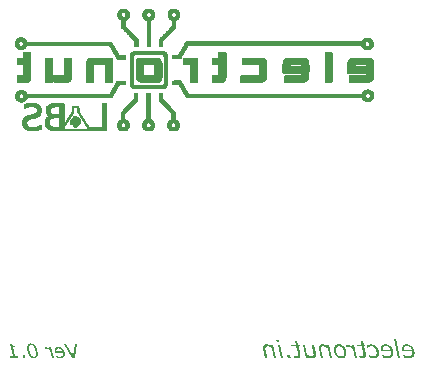
<source format=gbo>
G04*
G04 #@! TF.GenerationSoftware,Altium Limited,Altium Designer,18.1.7 (191)*
G04*
G04 Layer_Color=32896*
%FSLAX25Y25*%
%MOIN*%
G70*
G01*
G75*
%ADD79C,0.00100*%
G36*
X126621Y9875D02*
X125785D01*
X125602Y10644D01*
X126448D01*
X126621Y9875D01*
D02*
G37*
G36*
X152510Y4724D02*
X151761D01*
X151050Y7848D01*
X150800Y8011D01*
X150675Y8078D01*
X150569Y8136D01*
X150483Y8184D01*
X150406Y8223D01*
X150367Y8242D01*
X150348Y8251D01*
X150214Y8309D01*
X150079Y8347D01*
X149954Y8386D01*
X149848Y8405D01*
X149752Y8415D01*
X149676Y8424D01*
X149483D01*
X149378Y8415D01*
X149339D01*
X149310Y8405D01*
X149291D01*
X149185Y8386D01*
X149089Y8367D01*
X149051Y8357D01*
X149022D01*
X149003Y8347D01*
X148955D01*
X148782Y9087D01*
X148897Y9097D01*
X148974Y9107D01*
X149022Y9116D01*
X149041D01*
X149080Y9126D01*
X149118D01*
X149214Y9135D01*
X149320D01*
X149445Y9126D01*
X149570Y9116D01*
X149685Y9087D01*
X149800Y9068D01*
X149887Y9039D01*
X149954Y9010D01*
X150002Y9001D01*
X150021Y8991D01*
X150166Y8924D01*
X150310Y8847D01*
X150463Y8770D01*
X150598Y8684D01*
X150723Y8607D01*
X150819Y8540D01*
X150857Y8520D01*
X150886Y8501D01*
X150896Y8482D01*
X150906D01*
X150761Y9135D01*
X151511D01*
X152510Y4724D01*
D02*
G37*
G36*
X138710Y6262D02*
X138730Y6156D01*
X138749Y6060D01*
Y6022D01*
X138759Y5993D01*
Y5983D01*
Y5974D01*
X138768Y5878D01*
Y5801D01*
Y5733D01*
Y5724D01*
Y5714D01*
X138759Y5522D01*
X138720Y5349D01*
X138672Y5205D01*
X138605Y5090D01*
X138547Y5003D01*
X138499Y4936D01*
X138461Y4888D01*
X138451Y4878D01*
X138317Y4782D01*
X138182Y4715D01*
X138028Y4667D01*
X137884Y4638D01*
X137759Y4619D01*
X137653Y4600D01*
X137557D01*
X137404Y4609D01*
X137269Y4628D01*
X137134Y4648D01*
X137019Y4676D01*
X136923Y4705D01*
X136856Y4734D01*
X136808Y4744D01*
X136788Y4753D01*
X136654Y4820D01*
X136510Y4897D01*
X136375Y4974D01*
X136260Y5042D01*
X136154Y5109D01*
X136068Y5167D01*
X136020Y5205D01*
X136000Y5215D01*
X136106Y4724D01*
X135366D01*
X134347Y9135D01*
X135088D01*
X135856Y5839D01*
X136097Y5685D01*
X136222Y5618D01*
X136327Y5561D01*
X136423Y5512D01*
X136491Y5474D01*
X136539Y5455D01*
X136558Y5445D01*
X136692Y5387D01*
X136817Y5349D01*
X136933Y5320D01*
X137029Y5301D01*
X137106Y5291D01*
X137173Y5282D01*
X137221D01*
X137365Y5291D01*
X137490Y5311D01*
X137586Y5330D01*
X137673Y5368D01*
X137730Y5397D01*
X137769Y5416D01*
X137797Y5435D01*
X137807Y5445D01*
X137865Y5512D01*
X137903Y5599D01*
X137942Y5685D01*
X137961Y5762D01*
X137970Y5839D01*
X137980Y5897D01*
Y5935D01*
Y5954D01*
X137970Y6051D01*
X137961Y6156D01*
Y6195D01*
X137951Y6233D01*
Y6252D01*
Y6262D01*
X137922Y6406D01*
X137903Y6512D01*
X137894Y6560D01*
X137884Y6589D01*
Y6608D01*
Y6618D01*
X137298Y9135D01*
X138047D01*
X138710Y6262D01*
D02*
G37*
G36*
X154663Y9135D02*
X155172D01*
X155307Y8540D01*
X154807D01*
X155355Y6166D01*
X155374Y6051D01*
X155393Y5964D01*
Y5926D01*
X155403Y5897D01*
Y5887D01*
Y5878D01*
X155413Y5782D01*
Y5705D01*
Y5647D01*
Y5637D01*
Y5628D01*
X155403Y5445D01*
X155365Y5291D01*
X155316Y5157D01*
X155269Y5051D01*
X155211Y4974D01*
X155172Y4917D01*
X155134Y4878D01*
X155124Y4869D01*
X154999Y4792D01*
X154865Y4734D01*
X154730Y4696D01*
X154586Y4667D01*
X154471Y4648D01*
X154365Y4638D01*
X154279D01*
X154125Y4648D01*
X153981Y4657D01*
X153923Y4667D01*
X153875D01*
X153846Y4676D01*
X153837D01*
X153654Y4705D01*
X153577Y4724D01*
X153510Y4734D01*
X153452Y4744D01*
X153404Y4753D01*
X153375Y4763D01*
X153366D01*
X153222Y5407D01*
X153270D01*
X153308Y5387D01*
X153347Y5378D01*
X153443Y5349D01*
X153491Y5330D01*
X153529Y5320D01*
X153558Y5311D01*
X153568D01*
X153721Y5282D01*
X153789Y5272D01*
X153846D01*
X153885Y5263D01*
X153952D01*
X154086Y5272D01*
X154202Y5282D01*
X154298Y5301D01*
X154365Y5330D01*
X154423Y5359D01*
X154461Y5378D01*
X154481Y5387D01*
X154490Y5397D01*
X154538Y5455D01*
X154577Y5522D01*
X154596Y5599D01*
X154615Y5666D01*
X154625Y5734D01*
X154634Y5782D01*
Y5820D01*
Y5830D01*
X154625Y5926D01*
X154615Y6031D01*
Y6079D01*
X154605Y6118D01*
Y6137D01*
Y6147D01*
X154577Y6291D01*
X154548Y6397D01*
X154538Y6445D01*
Y6473D01*
X154528Y6493D01*
Y6502D01*
X154067Y8540D01*
X152530D01*
X152395Y9135D01*
X153933D01*
X153635Y10404D01*
X154375D01*
X154663Y9135D01*
D02*
G37*
G36*
X132868Y9135D02*
X133377D01*
X133511Y8540D01*
X133012D01*
X133560Y6166D01*
X133579Y6051D01*
X133598Y5964D01*
Y5926D01*
X133607Y5897D01*
Y5887D01*
Y5878D01*
X133617Y5782D01*
Y5705D01*
Y5647D01*
Y5637D01*
Y5628D01*
X133607Y5445D01*
X133569Y5291D01*
X133521Y5157D01*
X133473Y5051D01*
X133415Y4974D01*
X133377Y4917D01*
X133338Y4878D01*
X133329Y4868D01*
X133204Y4792D01*
X133069Y4734D01*
X132935Y4696D01*
X132791Y4667D01*
X132675Y4648D01*
X132570Y4638D01*
X132483D01*
X132329Y4648D01*
X132185Y4657D01*
X132128Y4667D01*
X132080D01*
X132051Y4676D01*
X132041D01*
X131859Y4705D01*
X131782Y4724D01*
X131714Y4734D01*
X131657Y4744D01*
X131609Y4753D01*
X131580Y4763D01*
X131570D01*
X131426Y5407D01*
X131474D01*
X131513Y5387D01*
X131551Y5378D01*
X131647Y5349D01*
X131695Y5330D01*
X131734Y5320D01*
X131762Y5311D01*
X131772D01*
X131926Y5282D01*
X131993Y5272D01*
X132051D01*
X132089Y5263D01*
X132156D01*
X132291Y5272D01*
X132406Y5282D01*
X132502Y5301D01*
X132570Y5330D01*
X132627Y5359D01*
X132666Y5378D01*
X132685Y5387D01*
X132695Y5397D01*
X132743Y5455D01*
X132781Y5522D01*
X132800Y5599D01*
X132819Y5666D01*
X132829Y5733D01*
X132839Y5782D01*
Y5820D01*
Y5830D01*
X132829Y5926D01*
X132819Y6031D01*
Y6079D01*
X132810Y6118D01*
Y6137D01*
Y6147D01*
X132781Y6291D01*
X132752Y6397D01*
X132743Y6445D01*
Y6473D01*
X132733Y6493D01*
Y6502D01*
X132272Y8540D01*
X130734D01*
X130600Y9135D01*
X132137D01*
X131839Y10404D01*
X132579D01*
X132868Y9135D01*
D02*
G37*
G36*
X157325Y9232D02*
X157536Y9203D01*
X157719Y9164D01*
X157882Y9126D01*
X158017Y9078D01*
X158123Y9039D01*
X158161Y9020D01*
X158190Y9010D01*
X158200Y9001D01*
X158209D01*
X158392Y8905D01*
X158545Y8809D01*
X158690Y8703D01*
X158815Y8607D01*
X158911Y8511D01*
X158988Y8444D01*
X159026Y8395D01*
X159045Y8376D01*
X159170Y8223D01*
X159276Y8059D01*
X159372Y7905D01*
X159449Y7752D01*
X159516Y7627D01*
X159555Y7521D01*
X159574Y7482D01*
X159583Y7463D01*
X159593Y7444D01*
Y7434D01*
X159660Y7233D01*
X159708Y7031D01*
X159737Y6829D01*
X159756Y6656D01*
X159776Y6502D01*
Y6445D01*
X159785Y6387D01*
Y6339D01*
Y6310D01*
Y6291D01*
Y6281D01*
X159776Y6128D01*
X159766Y5993D01*
X159747Y5868D01*
X159718Y5762D01*
X159699Y5676D01*
X159679Y5609D01*
X159670Y5570D01*
X159660Y5551D01*
X159612Y5445D01*
X159555Y5339D01*
X159497Y5253D01*
X159439Y5176D01*
X159382Y5118D01*
X159343Y5070D01*
X159314Y5042D01*
X159305Y5032D01*
X159209Y4955D01*
X159113Y4897D01*
X159026Y4840D01*
X158940Y4801D01*
X158863Y4763D01*
X158805Y4744D01*
X158757Y4734D01*
X158747Y4724D01*
X158488Y4667D01*
X158363Y4648D01*
X158248Y4638D01*
X158151D01*
X158065Y4628D01*
X157998D01*
X157854Y4638D01*
X157709Y4648D01*
X157585Y4667D01*
X157469Y4686D01*
X157363Y4705D01*
X157296Y4715D01*
X157248Y4734D01*
X157229D01*
X157085Y4782D01*
X156950Y4820D01*
X156825Y4869D01*
X156720Y4917D01*
X156623Y4945D01*
X156556Y4974D01*
X156518Y4993D01*
X156499Y5003D01*
X156335Y5820D01*
X156383D01*
X156450Y5772D01*
X156527Y5714D01*
X156595Y5676D01*
X156614Y5666D01*
X156623Y5657D01*
X156748Y5589D01*
X156864Y5532D01*
X156912Y5503D01*
X156950Y5493D01*
X156969Y5474D01*
X156979D01*
X157114Y5416D01*
X157258Y5368D01*
X157315Y5349D01*
X157363Y5330D01*
X157392Y5320D01*
X157402D01*
X157585Y5282D01*
X157671Y5272D01*
X157748Y5263D01*
X157806Y5253D01*
X157902D01*
X158084Y5263D01*
X158248Y5301D01*
X158392Y5349D01*
X158507Y5407D01*
X158603Y5455D01*
X158661Y5503D01*
X158709Y5541D01*
X158719Y5551D01*
X158815Y5676D01*
X158882Y5810D01*
X158930Y5945D01*
X158959Y6089D01*
X158978Y6204D01*
X158997Y6310D01*
Y6348D01*
Y6377D01*
Y6387D01*
Y6397D01*
X158988Y6570D01*
X158978Y6733D01*
X158920Y7031D01*
X158882Y7165D01*
X158843Y7300D01*
X158805Y7415D01*
X158757Y7530D01*
X158709Y7627D01*
X158670Y7713D01*
X158632Y7790D01*
X158594Y7848D01*
X158565Y7896D01*
X158536Y7934D01*
X158526Y7953D01*
X158517Y7963D01*
X158421Y8078D01*
X158325Y8174D01*
X158219Y8270D01*
X158123Y8338D01*
X158017Y8405D01*
X157911Y8453D01*
X157709Y8540D01*
X157536Y8578D01*
X157460Y8597D01*
X157392Y8607D01*
X157344Y8617D01*
X157267D01*
X157094Y8607D01*
X157018Y8597D01*
X156950Y8588D01*
X156902Y8578D01*
X156854Y8568D01*
X156835Y8559D01*
X156825D01*
X156681Y8511D01*
X156566Y8463D01*
X156518Y8444D01*
X156489Y8434D01*
X156470Y8415D01*
X156460D01*
X156354Y8347D01*
X156268Y8290D01*
X156210Y8251D01*
X156201Y8232D01*
X156191D01*
X156105Y8174D01*
X156047Y8126D01*
X155999Y8088D01*
X155989Y8078D01*
X155941D01*
X155778Y8876D01*
X155989Y8972D01*
X156095Y9020D01*
X156181Y9059D01*
X156268Y9087D01*
X156335Y9107D01*
X156374Y9126D01*
X156393D01*
X156518Y9164D01*
X156643Y9193D01*
X156768Y9212D01*
X156883Y9232D01*
X156969D01*
X157046Y9241D01*
X157114D01*
X157325Y9232D01*
D02*
G37*
G36*
X169203Y9251D02*
X169405Y9222D01*
X169597Y9183D01*
X169770Y9126D01*
X169943Y9059D01*
X170097Y8982D01*
X170241Y8905D01*
X170366Y8828D01*
X170491Y8741D01*
X170587Y8664D01*
X170683Y8588D01*
X170760Y8520D01*
X170817Y8463D01*
X170856Y8424D01*
X170885Y8395D01*
X170894Y8386D01*
X171029Y8223D01*
X171144Y8049D01*
X171250Y7876D01*
X171336Y7694D01*
X171404Y7521D01*
X171471Y7348D01*
X171519Y7185D01*
X171557Y7021D01*
X171586Y6877D01*
X171615Y6742D01*
X171634Y6618D01*
X171644Y6512D01*
Y6425D01*
X171653Y6368D01*
Y6320D01*
Y6310D01*
X171644Y6156D01*
X171634Y6012D01*
X171606Y5887D01*
X171577Y5762D01*
X171529Y5647D01*
X171490Y5541D01*
X171442Y5445D01*
X171394Y5359D01*
X171346Y5291D01*
X171298Y5224D01*
X171250Y5167D01*
X171212Y5118D01*
X171183Y5090D01*
X171154Y5061D01*
X171144Y5051D01*
X171135Y5042D01*
X171029Y4965D01*
X170923Y4907D01*
X170693Y4801D01*
X170452Y4724D01*
X170222Y4676D01*
X170116Y4657D01*
X170020Y4638D01*
X169933Y4628D01*
X169857D01*
X169789Y4619D01*
X169597D01*
X169510Y4628D01*
X169424D01*
X169357Y4638D01*
X169309Y4648D01*
X169261D01*
X169241Y4657D01*
X169232D01*
X169078Y4686D01*
X168934Y4705D01*
X168876Y4715D01*
X168828Y4724D01*
X168799Y4734D01*
X168790D01*
X168703Y4753D01*
X168626Y4772D01*
X168559Y4792D01*
X168501Y4811D01*
X168453Y4830D01*
X168425Y4840D01*
X168405Y4849D01*
X168396D01*
X168271Y4897D01*
X168156Y4945D01*
X168107Y4955D01*
X168069Y4974D01*
X168040Y4984D01*
X168031D01*
X167867Y5791D01*
X167915D01*
X168040Y5714D01*
X168175Y5647D01*
X168300Y5580D01*
X168425Y5522D01*
X168530Y5474D01*
X168617Y5435D01*
X168674Y5416D01*
X168684Y5407D01*
X168694D01*
X168857Y5349D01*
X169020Y5311D01*
X169174Y5282D01*
X169309Y5263D01*
X169424Y5253D01*
X169510Y5243D01*
X169587D01*
X169808Y5253D01*
X170001Y5291D01*
X170164Y5339D01*
X170299Y5407D01*
X170404Y5464D01*
X170481Y5512D01*
X170529Y5551D01*
X170548Y5561D01*
X170664Y5685D01*
X170741Y5830D01*
X170798Y5974D01*
X170846Y6118D01*
X170865Y6243D01*
X170875Y6339D01*
X170885Y6377D01*
Y6406D01*
Y6425D01*
Y6435D01*
Y6512D01*
X170875Y6570D01*
Y6618D01*
Y6637D01*
X170865Y6723D01*
X170856Y6800D01*
X170846Y6848D01*
Y6858D01*
Y6867D01*
X167588D01*
X167560Y6992D01*
X167541Y7098D01*
X167521Y7204D01*
X167502Y7290D01*
X167492Y7358D01*
Y7406D01*
X167483Y7444D01*
Y7454D01*
X167473Y7550D01*
X167464Y7627D01*
X167454Y7694D01*
X167444Y7742D01*
Y7780D01*
Y7819D01*
Y7828D01*
Y7838D01*
X167464Y8078D01*
X167512Y8290D01*
X167569Y8463D01*
X167646Y8617D01*
X167723Y8732D01*
X167781Y8818D01*
X167829Y8866D01*
X167848Y8885D01*
X168011Y9010D01*
X168194Y9107D01*
X168386Y9174D01*
X168569Y9212D01*
X168742Y9241D01*
X168809Y9251D01*
X168876D01*
X168924Y9260D01*
X169001D01*
X169203Y9251D01*
D02*
G37*
G36*
X162159D02*
X162361Y9222D01*
X162553Y9183D01*
X162726Y9126D01*
X162899Y9059D01*
X163053Y8982D01*
X163197Y8905D01*
X163322Y8828D01*
X163447Y8741D01*
X163543Y8664D01*
X163639Y8588D01*
X163716Y8520D01*
X163773Y8463D01*
X163812Y8424D01*
X163841Y8395D01*
X163850Y8386D01*
X163985Y8223D01*
X164100Y8049D01*
X164206Y7876D01*
X164292Y7694D01*
X164359Y7521D01*
X164427Y7348D01*
X164475Y7185D01*
X164513Y7021D01*
X164542Y6877D01*
X164571Y6742D01*
X164590Y6618D01*
X164600Y6512D01*
Y6425D01*
X164609Y6368D01*
Y6320D01*
Y6310D01*
X164600Y6156D01*
X164590Y6012D01*
X164561Y5887D01*
X164532Y5762D01*
X164485Y5647D01*
X164446Y5541D01*
X164398Y5445D01*
X164350Y5359D01*
X164302Y5291D01*
X164254Y5224D01*
X164206Y5167D01*
X164167Y5118D01*
X164138Y5090D01*
X164110Y5061D01*
X164100Y5051D01*
X164091Y5042D01*
X163985Y4965D01*
X163879Y4907D01*
X163648Y4801D01*
X163408Y4724D01*
X163178Y4676D01*
X163072Y4657D01*
X162976Y4638D01*
X162889Y4628D01*
X162812D01*
X162745Y4619D01*
X162553D01*
X162466Y4628D01*
X162380D01*
X162313Y4638D01*
X162265Y4648D01*
X162216D01*
X162197Y4657D01*
X162188D01*
X162034Y4686D01*
X161890Y4705D01*
X161832Y4715D01*
X161784Y4724D01*
X161755Y4734D01*
X161746D01*
X161659Y4753D01*
X161582Y4772D01*
X161515Y4792D01*
X161457Y4811D01*
X161409Y4830D01*
X161380Y4840D01*
X161361Y4849D01*
X161352D01*
X161227Y4897D01*
X161111Y4945D01*
X161063Y4955D01*
X161025Y4974D01*
X160996Y4984D01*
X160986D01*
X160823Y5791D01*
X160871D01*
X160996Y5714D01*
X161131Y5647D01*
X161256Y5580D01*
X161380Y5522D01*
X161486Y5474D01*
X161573Y5435D01*
X161630Y5416D01*
X161640Y5407D01*
X161650D01*
X161813Y5349D01*
X161976Y5311D01*
X162130Y5282D01*
X162265Y5263D01*
X162380Y5253D01*
X162466Y5243D01*
X162543D01*
X162764Y5253D01*
X162957Y5291D01*
X163120Y5339D01*
X163254Y5407D01*
X163360Y5464D01*
X163437Y5512D01*
X163485Y5551D01*
X163504Y5561D01*
X163620Y5685D01*
X163697Y5830D01*
X163754Y5974D01*
X163802Y6118D01*
X163821Y6243D01*
X163831Y6339D01*
X163841Y6377D01*
Y6406D01*
Y6425D01*
Y6435D01*
Y6512D01*
X163831Y6570D01*
Y6618D01*
Y6637D01*
X163821Y6723D01*
X163812Y6800D01*
X163802Y6848D01*
Y6858D01*
Y6867D01*
X160544D01*
X160516Y6992D01*
X160496Y7098D01*
X160477Y7204D01*
X160458Y7290D01*
X160448Y7358D01*
Y7406D01*
X160439Y7444D01*
Y7454D01*
X160429Y7550D01*
X160419Y7627D01*
X160410Y7694D01*
X160400Y7742D01*
Y7780D01*
Y7819D01*
Y7828D01*
Y7838D01*
X160419Y8078D01*
X160468Y8290D01*
X160525Y8463D01*
X160602Y8617D01*
X160679Y8732D01*
X160737Y8818D01*
X160785Y8866D01*
X160804Y8885D01*
X160967Y9010D01*
X161150Y9107D01*
X161342Y9174D01*
X161525Y9212D01*
X161698Y9241D01*
X161765Y9251D01*
X161832D01*
X161880Y9260D01*
X161957D01*
X162159Y9251D01*
D02*
G37*
G36*
X166954Y4724D02*
X166214D01*
X164792Y10875D01*
X165532D01*
X166954Y4724D01*
D02*
G37*
G36*
X141103Y9251D02*
X141238Y9232D01*
X141372Y9212D01*
X141478Y9183D01*
X141584Y9145D01*
X141651Y9126D01*
X141699Y9107D01*
X141718Y9097D01*
X141853Y9030D01*
X141997Y8953D01*
X142132Y8876D01*
X142247Y8809D01*
X142353Y8741D01*
X142429Y8684D01*
X142487Y8645D01*
X142497Y8636D01*
X142506D01*
X142391Y9135D01*
X143141Y9135D01*
X144150Y4724D01*
X143410D01*
X142651Y8011D01*
X142391Y8174D01*
X142276Y8242D01*
X142170Y8299D01*
X142084Y8338D01*
X142007Y8376D01*
X141968Y8395D01*
X141949Y8405D01*
X141814Y8463D01*
X141690Y8501D01*
X141574Y8540D01*
X141478Y8559D01*
X141401Y8568D01*
X141334Y8578D01*
X141286D01*
X141132Y8568D01*
X141007Y8549D01*
X140911Y8520D01*
X140825Y8491D01*
X140767Y8463D01*
X140719Y8434D01*
X140700Y8415D01*
X140690Y8405D01*
X140632Y8338D01*
X140594Y8261D01*
X140565Y8174D01*
X140546Y8098D01*
X140536Y8021D01*
X140527Y7963D01*
Y7925D01*
Y7905D01*
Y7790D01*
X140536Y7694D01*
X140546Y7655D01*
Y7627D01*
X140556Y7607D01*
Y7598D01*
X140575Y7473D01*
X140594Y7357D01*
X140604Y7310D01*
X140613Y7271D01*
X140623Y7242D01*
Y7233D01*
X141190Y4724D01*
X140460D01*
X139796Y7588D01*
X139777Y7684D01*
X139758Y7771D01*
Y7809D01*
X139748Y7838D01*
Y7857D01*
Y7867D01*
X139739Y7973D01*
X139729Y8059D01*
Y8107D01*
Y8126D01*
X139739Y8319D01*
X139777Y8491D01*
X139835Y8636D01*
X139892Y8751D01*
X139950Y8847D01*
X140008Y8905D01*
X140046Y8953D01*
X140056Y8962D01*
X140190Y9059D01*
X140334Y9135D01*
X140488Y9183D01*
X140632Y9222D01*
X140757Y9241D01*
X140863Y9260D01*
X140959D01*
X141103Y9251D01*
D02*
G37*
G36*
X130446Y4724D02*
X129504D01*
X129235Y5849D01*
X130186D01*
X130446Y4724D01*
D02*
G37*
G36*
X127765D02*
X127034D01*
X126016Y9135D01*
X126756D01*
X127765Y4724D01*
D02*
G37*
G36*
X122508Y9251D02*
X122643Y9232D01*
X122777Y9212D01*
X122883Y9183D01*
X122988Y9145D01*
X123056Y9126D01*
X123104Y9107D01*
X123123Y9097D01*
X123258Y9030D01*
X123402Y8953D01*
X123536Y8876D01*
X123652Y8809D01*
X123757Y8741D01*
X123834Y8684D01*
X123892Y8645D01*
X123901Y8636D01*
X123911D01*
X123796Y9135D01*
X124545D01*
X125554Y4724D01*
X124814D01*
X124055Y8011D01*
X123796Y8174D01*
X123680Y8242D01*
X123575Y8299D01*
X123488Y8338D01*
X123411Y8376D01*
X123373Y8395D01*
X123354Y8405D01*
X123219Y8463D01*
X123094Y8501D01*
X122979Y8540D01*
X122883Y8559D01*
X122806Y8568D01*
X122739Y8578D01*
X122691D01*
X122537Y8568D01*
X122412Y8549D01*
X122316Y8520D01*
X122229Y8491D01*
X122172Y8463D01*
X122124Y8434D01*
X122104Y8415D01*
X122095Y8405D01*
X122037Y8338D01*
X121999Y8261D01*
X121970Y8174D01*
X121951Y8098D01*
X121941Y8021D01*
X121931Y7963D01*
Y7925D01*
Y7905D01*
Y7790D01*
X121941Y7694D01*
X121951Y7655D01*
Y7627D01*
X121960Y7607D01*
Y7598D01*
X121979Y7473D01*
X121999Y7357D01*
X122008Y7310D01*
X122018Y7271D01*
X122028Y7242D01*
Y7233D01*
X122594Y4724D01*
X121864D01*
X121201Y7588D01*
X121182Y7684D01*
X121163Y7771D01*
Y7809D01*
X121153Y7838D01*
Y7857D01*
Y7867D01*
X121143Y7973D01*
X121134Y8059D01*
Y8107D01*
Y8126D01*
X121143Y8319D01*
X121182Y8491D01*
X121239Y8636D01*
X121297Y8751D01*
X121355Y8847D01*
X121413Y8905D01*
X121451Y8953D01*
X121460Y8962D01*
X121595Y9059D01*
X121739Y9135D01*
X121893Y9183D01*
X122037Y9222D01*
X122162Y9241D01*
X122268Y9260D01*
X122364D01*
X122508Y9251D01*
D02*
G37*
G36*
X146600Y9251D02*
X146792Y9222D01*
X146966Y9183D01*
X147129Y9135D01*
X147254Y9087D01*
X147350Y9049D01*
X147388Y9030D01*
X147417Y9020D01*
X147427Y9010D01*
X147436D01*
X147609Y8914D01*
X147763Y8809D01*
X147898Y8703D01*
X148013Y8597D01*
X148109Y8511D01*
X148176Y8434D01*
X148215Y8386D01*
X148234Y8367D01*
X148349Y8203D01*
X148455Y8040D01*
X148541Y7886D01*
X148618Y7732D01*
X148676Y7607D01*
X148714Y7502D01*
X148734Y7463D01*
X148743Y7444D01*
X148753Y7425D01*
Y7415D01*
X148811Y7213D01*
X148849Y7012D01*
X148887Y6819D01*
X148907Y6646D01*
X148916Y6502D01*
Y6435D01*
X148926Y6387D01*
Y6339D01*
Y6310D01*
Y6291D01*
Y6281D01*
X148916Y6137D01*
X148907Y6002D01*
X148859Y5753D01*
X148791Y5541D01*
X148705Y5368D01*
X148628Y5224D01*
X148590Y5167D01*
X148561Y5128D01*
X148532Y5090D01*
X148513Y5061D01*
X148493Y5051D01*
Y5042D01*
X148407Y4965D01*
X148311Y4897D01*
X148119Y4782D01*
X147907Y4705D01*
X147715Y4657D01*
X147532Y4619D01*
X147456Y4609D01*
X147388D01*
X147340Y4600D01*
X147263D01*
X147042Y4609D01*
X146850Y4638D01*
X146668Y4676D01*
X146514Y4715D01*
X146389Y4753D01*
X146293Y4792D01*
X146264Y4811D01*
X146235Y4820D01*
X146226Y4830D01*
X146216D01*
X146053Y4926D01*
X145899Y5032D01*
X145764Y5138D01*
X145649Y5243D01*
X145562Y5339D01*
X145485Y5416D01*
X145447Y5464D01*
X145428Y5484D01*
X145312Y5637D01*
X145207Y5801D01*
X145120Y5964D01*
X145044Y6108D01*
X144986Y6243D01*
X144938Y6339D01*
X144928Y6377D01*
X144919Y6416D01*
X144909Y6425D01*
Y6435D01*
X144851Y6637D01*
X144803Y6848D01*
X144774Y7031D01*
X144746Y7204D01*
X144736Y7358D01*
Y7415D01*
X144726Y7473D01*
Y7511D01*
Y7540D01*
Y7559D01*
Y7569D01*
Y7713D01*
X144746Y7857D01*
X144794Y8107D01*
X144870Y8328D01*
X144947Y8501D01*
X144995Y8578D01*
X145034Y8636D01*
X145072Y8693D01*
X145111Y8741D01*
X145140Y8770D01*
X145159Y8799D01*
X145168Y8818D01*
X145178D01*
X145264Y8895D01*
X145361Y8962D01*
X145553Y9078D01*
X145755Y9155D01*
X145956Y9203D01*
X146120Y9241D01*
X146197Y9251D01*
X146264D01*
X146312Y9260D01*
X146389D01*
X146600Y9251D01*
D02*
G37*
G36*
X51314Y4724D02*
X50715D01*
X50146Y7220D01*
X49947Y7351D01*
X49847Y7405D01*
X49762Y7451D01*
X49693Y7489D01*
X49632Y7520D01*
X49601Y7535D01*
X49586Y7543D01*
X49478Y7589D01*
X49371Y7620D01*
X49271Y7650D01*
X49186Y7666D01*
X49110Y7673D01*
X49048Y7681D01*
X48895D01*
X48810Y7673D01*
X48779D01*
X48756Y7666D01*
X48741D01*
X48656Y7650D01*
X48580Y7635D01*
X48549Y7627D01*
X48526D01*
X48511Y7620D01*
X48472D01*
X48334Y8211D01*
X48426Y8219D01*
X48487Y8226D01*
X48526Y8234D01*
X48541D01*
X48572Y8242D01*
X48603D01*
X48679Y8249D01*
X48764D01*
X48864Y8242D01*
X48964Y8234D01*
X49056Y8211D01*
X49148Y8196D01*
X49217Y8173D01*
X49271Y8150D01*
X49309Y8142D01*
X49325Y8134D01*
X49440Y8081D01*
X49555Y8019D01*
X49678Y7958D01*
X49785Y7889D01*
X49885Y7827D01*
X49962Y7773D01*
X49993Y7758D01*
X50016Y7743D01*
X50023Y7727D01*
X50031D01*
X49916Y8249D01*
X50515D01*
X51314Y4724D01*
D02*
G37*
G36*
X58433D02*
X57604D01*
X54800Y9425D01*
X55469D01*
X57895Y5285D01*
X58410Y9425D01*
X59055D01*
X58433Y4724D01*
D02*
G37*
G36*
X53103Y8342D02*
X53264Y8319D01*
X53418Y8288D01*
X53556Y8242D01*
X53694Y8188D01*
X53817Y8127D01*
X53933Y8065D01*
X54032Y8004D01*
X54132Y7935D01*
X54209Y7873D01*
X54286Y7812D01*
X54347Y7758D01*
X54393Y7712D01*
X54424Y7681D01*
X54447Y7658D01*
X54455Y7650D01*
X54562Y7520D01*
X54655Y7382D01*
X54739Y7243D01*
X54808Y7097D01*
X54862Y6959D01*
X54916Y6821D01*
X54954Y6690D01*
X54985Y6560D01*
X55008Y6445D01*
X55031Y6337D01*
X55046Y6237D01*
X55054Y6153D01*
Y6084D01*
X55062Y6038D01*
Y5999D01*
Y5992D01*
X55054Y5869D01*
X55046Y5754D01*
X55023Y5654D01*
X55000Y5554D01*
X54962Y5462D01*
X54931Y5377D01*
X54893Y5300D01*
X54854Y5231D01*
X54816Y5178D01*
X54777Y5124D01*
X54739Y5078D01*
X54708Y5039D01*
X54685Y5016D01*
X54662Y4993D01*
X54655Y4986D01*
X54647Y4978D01*
X54562Y4916D01*
X54478Y4870D01*
X54294Y4786D01*
X54102Y4724D01*
X53917Y4686D01*
X53833Y4671D01*
X53756Y4655D01*
X53687Y4648D01*
X53625D01*
X53572Y4640D01*
X53418D01*
X53349Y4648D01*
X53280D01*
X53226Y4655D01*
X53188Y4663D01*
X53149D01*
X53134Y4671D01*
X53126D01*
X53003Y4694D01*
X52888Y4709D01*
X52842Y4717D01*
X52804Y4724D01*
X52781Y4732D01*
X52773D01*
X52704Y4747D01*
X52642Y4763D01*
X52589Y4778D01*
X52543Y4794D01*
X52504Y4809D01*
X52481Y4817D01*
X52466Y4824D01*
X52458D01*
X52358Y4863D01*
X52266Y4901D01*
X52228Y4909D01*
X52197Y4924D01*
X52174Y4932D01*
X52166D01*
X52036Y5577D01*
X52074D01*
X52174Y5515D01*
X52281Y5462D01*
X52381Y5408D01*
X52481Y5362D01*
X52565Y5323D01*
X52635Y5293D01*
X52681Y5277D01*
X52688Y5270D01*
X52696D01*
X52827Y5224D01*
X52957Y5193D01*
X53080Y5170D01*
X53188Y5155D01*
X53280Y5147D01*
X53349Y5139D01*
X53410D01*
X53587Y5147D01*
X53741Y5178D01*
X53871Y5216D01*
X53979Y5270D01*
X54063Y5316D01*
X54125Y5354D01*
X54163Y5385D01*
X54178Y5393D01*
X54270Y5492D01*
X54332Y5608D01*
X54378Y5723D01*
X54416Y5838D01*
X54432Y5938D01*
X54439Y6015D01*
X54447Y6045D01*
Y6068D01*
Y6084D01*
Y6091D01*
Y6153D01*
X54439Y6199D01*
Y6237D01*
Y6253D01*
X54432Y6322D01*
X54424Y6383D01*
X54416Y6422D01*
Y6429D01*
Y6437D01*
X51813D01*
X51790Y6537D01*
X51775Y6621D01*
X51759Y6706D01*
X51744Y6775D01*
X51736Y6829D01*
Y6867D01*
X51728Y6898D01*
Y6905D01*
X51721Y6982D01*
X51713Y7044D01*
X51705Y7097D01*
X51698Y7136D01*
Y7167D01*
Y7197D01*
Y7205D01*
Y7213D01*
X51713Y7405D01*
X51751Y7574D01*
X51797Y7712D01*
X51859Y7835D01*
X51920Y7927D01*
X51967Y7996D01*
X52005Y8034D01*
X52020Y8050D01*
X52151Y8150D01*
X52297Y8226D01*
X52450Y8280D01*
X52596Y8311D01*
X52735Y8334D01*
X52788Y8342D01*
X52842D01*
X52880Y8349D01*
X52942D01*
X53103Y8342D01*
D02*
G37*
G36*
X41959Y4724D02*
X41207D01*
X40992Y5623D01*
X41752D01*
X41959Y4724D01*
D02*
G37*
G36*
X37382Y9317D02*
X37444Y9210D01*
X37505Y9125D01*
X37574Y9056D01*
X37636Y9002D01*
X37689Y8964D01*
X37720Y8941D01*
X37735Y8933D01*
X37858Y8879D01*
X37997Y8841D01*
X38135Y8818D01*
X38273Y8803D01*
X38396Y8787D01*
X38450D01*
X38496Y8779D01*
X38588D01*
X38672Y8365D01*
X37697D01*
X38434Y5185D01*
X39402D01*
X39509Y4724D01*
X36960D01*
X36852Y5185D01*
X37828D01*
X36837Y9440D01*
X37336D01*
X37382Y9317D01*
D02*
G37*
G36*
X43933Y9517D02*
X44087Y9494D01*
X44225Y9463D01*
X44348Y9432D01*
X44448Y9402D01*
X44525Y9371D01*
X44548Y9356D01*
X44571Y9348D01*
X44578Y9340D01*
X44586D01*
X44717Y9263D01*
X44839Y9179D01*
X44947Y9079D01*
X45047Y8995D01*
X45124Y8910D01*
X45177Y8841D01*
X45216Y8795D01*
X45231Y8787D01*
Y8779D01*
X45300Y8687D01*
X45362Y8580D01*
X45477Y8365D01*
X45577Y8134D01*
X45661Y7919D01*
X45700Y7819D01*
X45730Y7727D01*
X45761Y7643D01*
X45784Y7574D01*
X45799Y7512D01*
X45815Y7466D01*
X45823Y7435D01*
Y7428D01*
X45892Y7121D01*
X45922Y6975D01*
X45945Y6844D01*
X45968Y6713D01*
X45984Y6598D01*
X45999Y6491D01*
X46007Y6391D01*
X46022Y6306D01*
Y6222D01*
X46030Y6161D01*
X46038Y6099D01*
Y6061D01*
Y6022D01*
Y6007D01*
Y5999D01*
Y5876D01*
X46022Y5754D01*
X46007Y5646D01*
X45991Y5546D01*
X45968Y5446D01*
X45938Y5362D01*
X45915Y5285D01*
X45884Y5216D01*
X45853Y5162D01*
X45830Y5108D01*
X45799Y5062D01*
X45776Y5024D01*
X45761Y5001D01*
X45746Y4978D01*
X45730Y4970D01*
Y4963D01*
X45669Y4901D01*
X45600Y4855D01*
X45446Y4770D01*
X45293Y4709D01*
X45139Y4671D01*
X44993Y4640D01*
X44932Y4632D01*
X44886D01*
X44839Y4625D01*
X44778D01*
X44609Y4632D01*
X44455Y4655D01*
X44309Y4678D01*
X44194Y4717D01*
X44094Y4747D01*
X44018Y4770D01*
X43972Y4794D01*
X43964Y4801D01*
X43956D01*
X43826Y4878D01*
X43703Y4963D01*
X43595Y5055D01*
X43503Y5147D01*
X43419Y5231D01*
X43365Y5300D01*
X43327Y5347D01*
X43311Y5354D01*
Y5362D01*
X43250Y5454D01*
X43188Y5554D01*
X43073Y5761D01*
X42973Y5976D01*
X42896Y6191D01*
X42858Y6283D01*
X42827Y6376D01*
X42797Y6460D01*
X42774Y6529D01*
X42758Y6583D01*
X42743Y6629D01*
X42735Y6660D01*
Y6667D01*
X42658Y6975D01*
X42597Y7251D01*
X42574Y7382D01*
X42559Y7505D01*
X42535Y7620D01*
X42528Y7720D01*
X42520Y7812D01*
X42512Y7896D01*
X42505Y7973D01*
X42497Y8034D01*
Y8081D01*
Y8111D01*
Y8134D01*
Y8142D01*
Y8265D01*
X42512Y8388D01*
X42528Y8495D01*
X42543Y8595D01*
X42566Y8687D01*
X42597Y8772D01*
X42628Y8849D01*
X42651Y8918D01*
X42681Y8979D01*
X42712Y9033D01*
X42735Y9079D01*
X42766Y9117D01*
X42781Y9140D01*
X42797Y9164D01*
X42812Y9179D01*
X42873Y9240D01*
X42943Y9294D01*
X43096Y9379D01*
X43250Y9440D01*
X43403Y9478D01*
X43549Y9509D01*
X43603Y9517D01*
X43657D01*
X43703Y9524D01*
X43764D01*
X43933Y9517D01*
D02*
G37*
%LPC*%
G36*
X169203Y8664D02*
X169145D01*
X168963Y8655D01*
X168819Y8626D01*
X168684Y8588D01*
X168588Y8549D01*
X168501Y8501D01*
X168453Y8463D01*
X168415Y8434D01*
X168405Y8424D01*
X168328Y8328D01*
X168271Y8223D01*
X168223Y8117D01*
X168194Y8011D01*
X168175Y7915D01*
X168165Y7838D01*
Y7790D01*
Y7780D01*
Y7771D01*
Y7704D01*
Y7655D01*
X168175Y7617D01*
Y7598D01*
X168184Y7540D01*
X168194Y7482D01*
X168203Y7434D01*
Y7425D01*
Y7415D01*
X170741D01*
X170673Y7617D01*
X170587Y7790D01*
X170491Y7944D01*
X170385Y8078D01*
X170299Y8184D01*
X170222Y8261D01*
X170174Y8299D01*
X170154Y8319D01*
X169981Y8434D01*
X169808Y8520D01*
X169645Y8578D01*
X169482Y8626D01*
X169347Y8645D01*
X169241Y8655D01*
X169203Y8664D01*
D02*
G37*
G36*
X162159D02*
X162101D01*
X161919Y8655D01*
X161775Y8626D01*
X161640Y8588D01*
X161544Y8549D01*
X161457Y8501D01*
X161409Y8463D01*
X161371Y8434D01*
X161361Y8424D01*
X161284Y8328D01*
X161227Y8223D01*
X161179Y8117D01*
X161150Y8011D01*
X161131Y7915D01*
X161121Y7838D01*
Y7790D01*
Y7780D01*
Y7771D01*
Y7704D01*
Y7655D01*
X161131Y7617D01*
Y7598D01*
X161140Y7540D01*
X161150Y7482D01*
X161159Y7434D01*
Y7425D01*
Y7415D01*
X163697D01*
X163629Y7617D01*
X163543Y7790D01*
X163447Y7944D01*
X163341Y8078D01*
X163254Y8184D01*
X163178Y8261D01*
X163129Y8299D01*
X163110Y8319D01*
X162937Y8434D01*
X162764Y8520D01*
X162601Y8578D01*
X162438Y8626D01*
X162303Y8645D01*
X162197Y8655D01*
X162159Y8664D01*
D02*
G37*
G36*
X146581Y8636D02*
X146514D01*
X146341Y8626D01*
X146187Y8588D01*
X146062Y8549D01*
X145956Y8491D01*
X145870Y8444D01*
X145812Y8395D01*
X145774Y8357D01*
X145764Y8347D01*
X145678Y8232D01*
X145610Y8098D01*
X145562Y7953D01*
X145524Y7819D01*
X145505Y7704D01*
X145495Y7598D01*
Y7559D01*
Y7540D01*
Y7521D01*
Y7511D01*
Y7338D01*
X145514Y7185D01*
X145534Y7031D01*
X145553Y6906D01*
X145572Y6791D01*
X145591Y6714D01*
X145601Y6656D01*
X145610Y6646D01*
Y6637D01*
X145659Y6483D01*
X145706Y6348D01*
X145764Y6224D01*
X145812Y6118D01*
X145860Y6031D01*
X145899Y5964D01*
X145928Y5926D01*
X145937Y5906D01*
X146024Y5791D01*
X146110Y5685D01*
X146197Y5599D01*
X146283Y5532D01*
X146360Y5474D01*
X146418Y5435D01*
X146456Y5407D01*
X146466Y5397D01*
X146581Y5339D01*
X146706Y5301D01*
X146812Y5263D01*
X146917Y5243D01*
X147013Y5234D01*
X147081Y5224D01*
X147148D01*
X147321Y5234D01*
X147475Y5272D01*
X147600Y5320D01*
X147705Y5368D01*
X147792Y5426D01*
X147850Y5464D01*
X147888Y5503D01*
X147898Y5512D01*
X147984Y5628D01*
X148051Y5762D01*
X148090Y5906D01*
X148128Y6041D01*
X148147Y6156D01*
X148157Y6262D01*
Y6301D01*
Y6329D01*
Y6339D01*
Y6348D01*
X148147Y6512D01*
X148138Y6675D01*
X148119Y6819D01*
X148099Y6954D01*
X148080Y7060D01*
X148071Y7146D01*
X148051Y7194D01*
Y7213D01*
X148003Y7367D01*
X147955Y7502D01*
X147898Y7627D01*
X147840Y7742D01*
X147801Y7828D01*
X147763Y7886D01*
X147734Y7934D01*
X147725Y7944D01*
X147638Y8059D01*
X147552Y8155D01*
X147456Y8242D01*
X147379Y8309D01*
X147302Y8367D01*
X147244Y8415D01*
X147206Y8434D01*
X147196Y8444D01*
X147081Y8511D01*
X146956Y8559D01*
X146841Y8588D01*
X146735Y8617D01*
X146648Y8626D01*
X146581Y8636D01*
D02*
G37*
G36*
X53103Y7873D02*
X53057D01*
X52911Y7865D01*
X52796Y7842D01*
X52688Y7812D01*
X52612Y7781D01*
X52543Y7743D01*
X52504Y7712D01*
X52473Y7689D01*
X52466Y7681D01*
X52404Y7604D01*
X52358Y7520D01*
X52320Y7435D01*
X52297Y7351D01*
X52281Y7274D01*
X52274Y7213D01*
Y7174D01*
Y7167D01*
Y7159D01*
Y7105D01*
Y7067D01*
X52281Y7036D01*
Y7021D01*
X52289Y6975D01*
X52297Y6929D01*
X52304Y6890D01*
Y6882D01*
Y6875D01*
X54332D01*
X54278Y7036D01*
X54209Y7174D01*
X54132Y7297D01*
X54048Y7405D01*
X53979Y7489D01*
X53917Y7551D01*
X53879Y7581D01*
X53863Y7597D01*
X53725Y7689D01*
X53587Y7758D01*
X53456Y7804D01*
X53326Y7842D01*
X53218Y7858D01*
X53134Y7865D01*
X53103Y7873D01*
D02*
G37*
G36*
X43918Y9025D02*
X43864D01*
X43718Y9018D01*
X43595Y8987D01*
X43503Y8956D01*
X43419Y8910D01*
X43357Y8872D01*
X43319Y8833D01*
X43296Y8803D01*
X43288Y8795D01*
X43234Y8703D01*
X43196Y8603D01*
X43165Y8495D01*
X43150Y8388D01*
X43134Y8296D01*
X43127Y8219D01*
Y8188D01*
Y8165D01*
Y8157D01*
Y8150D01*
X43134Y7958D01*
X43158Y7743D01*
X43188Y7535D01*
X43219Y7336D01*
X43234Y7236D01*
X43250Y7151D01*
X43265Y7074D01*
X43280Y7013D01*
X43296Y6959D01*
X43303Y6913D01*
X43311Y6890D01*
Y6882D01*
X43349Y6744D01*
X43380Y6614D01*
X43419Y6491D01*
X43449Y6376D01*
X43488Y6276D01*
X43518Y6176D01*
X43549Y6091D01*
X43580Y6015D01*
X43611Y5945D01*
X43634Y5884D01*
X43657Y5838D01*
X43672Y5800D01*
X43687Y5761D01*
X43703Y5738D01*
X43711Y5731D01*
Y5723D01*
X43780Y5608D01*
X43856Y5515D01*
X43925Y5439D01*
X43995Y5370D01*
X44056Y5323D01*
X44102Y5293D01*
X44133Y5270D01*
X44141Y5262D01*
X44233Y5216D01*
X44325Y5185D01*
X44417Y5155D01*
X44502Y5139D01*
X44571Y5131D01*
X44632Y5124D01*
X44678D01*
X44824Y5131D01*
X44939Y5162D01*
X45039Y5193D01*
X45124Y5239D01*
X45177Y5277D01*
X45223Y5316D01*
X45246Y5339D01*
X45254Y5347D01*
X45308Y5439D01*
X45346Y5539D01*
X45369Y5646D01*
X45385Y5754D01*
X45400Y5846D01*
X45408Y5923D01*
Y5953D01*
Y5976D01*
Y5984D01*
Y5992D01*
X45400Y6191D01*
X45377Y6399D01*
X45354Y6614D01*
X45316Y6813D01*
X45300Y6905D01*
X45285Y6990D01*
X45270Y7067D01*
X45262Y7128D01*
X45246Y7182D01*
X45239Y7228D01*
X45231Y7251D01*
Y7259D01*
X45193Y7397D01*
X45162Y7535D01*
X45124Y7650D01*
X45093Y7766D01*
X45055Y7873D01*
X45024Y7965D01*
X44985Y8050D01*
X44955Y8127D01*
X44932Y8196D01*
X44901Y8257D01*
X44878Y8303D01*
X44862Y8349D01*
X44847Y8380D01*
X44832Y8403D01*
X44824Y8411D01*
Y8418D01*
X44747Y8534D01*
X44678Y8634D01*
X44609Y8718D01*
X44540Y8779D01*
X44486Y8826D01*
X44440Y8864D01*
X44409Y8879D01*
X44402Y8887D01*
X44309Y8933D01*
X44217Y8964D01*
X44133Y8995D01*
X44048Y9010D01*
X43972Y9018D01*
X43918Y9025D01*
D02*
G37*
%LPD*%
D79*
X127564Y101938D02*
X136364D01*
X90964Y121138D02*
X91564D01*
X82764D02*
X83064D01*
X74264D02*
X74764D01*
X90564Y121038D02*
X91964D01*
X82164D02*
X83564D01*
X73764D02*
X75264D01*
X90264Y120938D02*
X92264D01*
X81964D02*
X83864D01*
X73564D02*
X75464D01*
X90164Y120838D02*
X92364D01*
X81764D02*
X83964D01*
X73364D02*
X75664D01*
X89964Y120738D02*
X92564D01*
X81664D02*
X84164D01*
X73264D02*
X75764D01*
X89864Y120638D02*
X92664D01*
X81564D02*
X84264D01*
X73164D02*
X75864D01*
X89764Y120538D02*
X92764D01*
X81464D02*
X84364D01*
X73064D02*
X75964D01*
X89764Y120438D02*
X92864D01*
X81364D02*
X84464D01*
X72964D02*
X76064D01*
X89664Y120338D02*
X92864D01*
X81264D02*
X84564D01*
X72864D02*
X76164D01*
X89564Y120238D02*
X92964D01*
X81264D02*
X84564D01*
X72864D02*
X76164D01*
X89564Y120138D02*
X92964D01*
X81164D02*
X84664D01*
X72764D02*
X76264D01*
X89464Y120038D02*
X93064D01*
X81164D02*
X84664D01*
X72764D02*
X76264D01*
X91664Y119938D02*
X93064D01*
X89464D02*
X90864D01*
X83264D02*
X84764D01*
X81064D02*
X82564D01*
X74964D02*
X76364D01*
X72664D02*
X74164D01*
X91764Y119838D02*
X93164D01*
X89364D02*
X90764D01*
X83464D02*
X84764D01*
X81064D02*
X82364D01*
X75064D02*
X76364D01*
X72664D02*
X73964D01*
X91864Y119738D02*
X93164D01*
X89364D02*
X90664D01*
X83564D02*
X84764D01*
X80964D02*
X82264D01*
X75164D02*
X76464D01*
X72664D02*
X73864D01*
X91964Y119638D02*
X93164D01*
X89364D02*
X90564D01*
X83564D02*
X84864D01*
X80964D02*
X82264D01*
X75264D02*
X76464D01*
X72564D02*
X73864D01*
X92064Y119538D02*
X93164D01*
X89364D02*
X90564D01*
X83664D02*
X84864D01*
X80964D02*
X82164D01*
X75264D02*
X76464D01*
X72564D02*
X73764D01*
X92064Y119438D02*
X93164D01*
X89364D02*
X90464D01*
X83664D02*
X84864D01*
X80964D02*
X82164D01*
X75264D02*
X76464D01*
X72564D02*
X73764D01*
X92064Y119338D02*
X93164D01*
X89364D02*
X90464D01*
X83764D02*
X84864D01*
X80964D02*
X82064D01*
X75364D02*
X76464D01*
X72564D02*
X73664D01*
X92064Y119238D02*
X93164D01*
X89364D02*
X90464D01*
X83764D02*
X84864D01*
X80964D02*
X82064D01*
X75364D02*
X76464D01*
X72564D02*
X73664D01*
X92064Y119138D02*
X93164D01*
X89364D02*
X90464D01*
X83764D02*
X84864D01*
X80964D02*
X82064D01*
X75364D02*
X76464D01*
X72564D02*
X73664D01*
X92064Y119038D02*
X93164D01*
X89364D02*
X90464D01*
X83664D02*
X84864D01*
X80964D02*
X82064D01*
X75364D02*
X76464D01*
X72564D02*
X73764D01*
X92064Y118938D02*
X93164D01*
X89364D02*
X90464D01*
X83664D02*
X84864D01*
X80964D02*
X82164D01*
X75264D02*
X76464D01*
X72564D02*
X73764D01*
X91964Y118838D02*
X93164D01*
X89364D02*
X90564D01*
X83664D02*
X84864D01*
X80964D02*
X82164D01*
X75264D02*
X76464D01*
X72564D02*
X73764D01*
X91964Y118738D02*
X93164D01*
X89364D02*
X90564D01*
X83564D02*
X84864D01*
X80964D02*
X82264D01*
X75164D02*
X76464D01*
X72564D02*
X73864D01*
X91864Y118638D02*
X93164D01*
X89364D02*
X90664D01*
X83464D02*
X84764D01*
X80964D02*
X82264D01*
X75164D02*
X76364D01*
X72664D02*
X73964D01*
X91764Y118538D02*
X93164D01*
X89364D02*
X90764D01*
X83364D02*
X84764D01*
X81064D02*
X82464D01*
X75064D02*
X76364D01*
X72664D02*
X74064D01*
X91464Y118438D02*
X93064D01*
X89464D02*
X91164D01*
X83164D02*
X84764D01*
X81064D02*
X82564D01*
X74664D02*
X76364D01*
X72664D02*
X74264D01*
X89464Y118338D02*
X93064D01*
X81164D02*
X84664D01*
X72764D02*
X76264D01*
X89564Y118238D02*
X92964D01*
X81164D02*
X84664D01*
X72764D02*
X76264D01*
X89664Y118138D02*
X92964D01*
X81264D02*
X84564D01*
X72864D02*
X76164D01*
X89664Y118038D02*
X92864D01*
X81364D02*
X84464D01*
X72964D02*
X76064D01*
X89764Y117938D02*
X92764D01*
X81364D02*
X84464D01*
X72964D02*
X76064D01*
X89864Y117838D02*
X92664D01*
X81464D02*
X84364D01*
X73064D02*
X75964D01*
X89964Y117738D02*
X92564D01*
X81564D02*
X84264D01*
X73164D02*
X75864D01*
X90064Y117638D02*
X92464D01*
X81664D02*
X84164D01*
X73364D02*
X75764D01*
X90264Y117538D02*
X92364D01*
X81864D02*
X83964D01*
X73464D02*
X75564D01*
X90364Y117438D02*
X92164D01*
X81964D02*
X83864D01*
X73664D02*
X75464D01*
X90564Y117338D02*
X91964D01*
X82164D02*
X83664D01*
X73764D02*
X75264D01*
X90664Y117238D02*
X91864D01*
X82364D02*
X83464D01*
X73964D02*
X75064D01*
X90664Y117138D02*
X91864D01*
X82364D02*
X83464D01*
X73964D02*
X75064D01*
X90664Y117038D02*
X91864D01*
X82364D02*
X83464D01*
X73964D02*
X75064D01*
X90664Y116938D02*
X91864D01*
X82364D02*
X83464D01*
X73964D02*
X75064D01*
X90664Y116838D02*
X91864D01*
X82364D02*
X83464D01*
X73964D02*
X75064D01*
X90664Y116738D02*
X91864D01*
X82364D02*
X83464D01*
X73964D02*
X75064D01*
X90664Y116638D02*
X91864D01*
X82364D02*
X83464D01*
X73964D02*
X75064D01*
X90664Y116538D02*
X91864D01*
X82364D02*
X83464D01*
X73964D02*
X75064D01*
X90664Y116438D02*
X91864D01*
X82364D02*
X83464D01*
X73964D02*
X75064D01*
X90664Y116338D02*
X91864D01*
X82364D02*
X83464D01*
X73964D02*
X75064D01*
X90664Y116238D02*
X91864D01*
X82364D02*
X83464D01*
X73964D02*
X75064D01*
X90664Y116138D02*
X91864D01*
X82364D02*
X83464D01*
X73964D02*
X75064D01*
X90664Y116038D02*
X91864D01*
X82364D02*
X83464D01*
X73964D02*
X75064D01*
X90664Y115938D02*
X91864D01*
X82364D02*
X83464D01*
X73964D02*
X75064D01*
X90664Y115838D02*
X91864D01*
X82364D02*
X83464D01*
X73964D02*
X75064D01*
X90664Y115738D02*
X91864D01*
X82364D02*
X83464D01*
X73964D02*
X75064D01*
X90664Y115638D02*
X91864D01*
X82364D02*
X83464D01*
X73964D02*
X75064D01*
X90664Y115538D02*
X91864D01*
X82364D02*
X83464D01*
X73964D02*
X75064D01*
X90664Y115438D02*
X91764D01*
X82364D02*
X83464D01*
X73964D02*
X75064D01*
X90664Y115338D02*
X91764D01*
X82364D02*
X83464D01*
X73964D02*
X75064D01*
X90564Y115238D02*
X91764D01*
X82364D02*
X83464D01*
X73964D02*
X75164D01*
X90464Y115138D02*
X91764D01*
X82364D02*
X83464D01*
X73964D02*
X75264D01*
X90364Y115038D02*
X91764D01*
X82364D02*
X83464D01*
X73964D02*
X75364D01*
X90264Y114938D02*
X91764D01*
X82364D02*
X83464D01*
X73964D02*
X75464D01*
X90264Y114838D02*
X91764D01*
X82364D02*
X83464D01*
X73964D02*
X75564D01*
X90064Y114738D02*
X91764D01*
X82364D02*
X83464D01*
X74064D02*
X75664D01*
X90064Y114638D02*
X91664D01*
X82364D02*
X83464D01*
X74164D02*
X75764D01*
X89964Y114538D02*
X91564D01*
X82364D02*
X83464D01*
X74264D02*
X75864D01*
X89864Y114438D02*
X91464D01*
X82364D02*
X83464D01*
X74364D02*
X75964D01*
X89764Y114338D02*
X91364D01*
X82364D02*
X83464D01*
X74464D02*
X76064D01*
X89664Y114238D02*
X91264D01*
X82364D02*
X83464D01*
X74564D02*
X76164D01*
X89564Y114138D02*
X91164D01*
X82364D02*
X83464D01*
X74664D02*
X76264D01*
X89464Y114038D02*
X91064D01*
X82364D02*
X83464D01*
X74764D02*
X76364D01*
X89364Y113938D02*
X90964D01*
X82364D02*
X83464D01*
X74864D02*
X76464D01*
X89264Y113838D02*
X90864D01*
X82364D02*
X83464D01*
X74964D02*
X76564D01*
X89164Y113738D02*
X90764D01*
X82364D02*
X83464D01*
X75064D02*
X76664D01*
X89064Y113638D02*
X90664D01*
X82364D02*
X83464D01*
X75164D02*
X76764D01*
X88964Y113538D02*
X90564D01*
X82364D02*
X83464D01*
X75264D02*
X76864D01*
X88864Y113438D02*
X90464D01*
X82364D02*
X83464D01*
X75364D02*
X76964D01*
X88764Y113338D02*
X90364D01*
X82364D02*
X83464D01*
X75464D02*
X77064D01*
X88664Y113238D02*
X90264D01*
X82364D02*
X83464D01*
X75564D02*
X77164D01*
X88564Y113138D02*
X90164D01*
X82364D02*
X83464D01*
X75664D02*
X77264D01*
X88464Y113038D02*
X90064D01*
X82364D02*
X83464D01*
X75764D02*
X77364D01*
X88364Y112938D02*
X89964D01*
X82364D02*
X83464D01*
X75864D02*
X77464D01*
X88264Y112838D02*
X89864D01*
X82364D02*
X83464D01*
X75964D02*
X77564D01*
X88164Y112738D02*
X89764D01*
X82364D02*
X83464D01*
X76064D02*
X77664D01*
X88064Y112638D02*
X89664D01*
X82364D02*
X83464D01*
X76164D02*
X77764D01*
X87964Y112538D02*
X89564D01*
X82364D02*
X83464D01*
X76264D02*
X77864D01*
X87864Y112438D02*
X89464D01*
X82364D02*
X83464D01*
X76364D02*
X77964D01*
X87764Y112338D02*
X89364D01*
X82364D02*
X83464D01*
X76464D02*
X78064D01*
X87664Y112238D02*
X89264D01*
X82364D02*
X83464D01*
X76464D02*
X78164D01*
X87564Y112138D02*
X89164D01*
X82364D02*
X83464D01*
X76564D02*
X78264D01*
X87464Y112038D02*
X89064D01*
X82364D02*
X83464D01*
X76664D02*
X78364D01*
X87364Y111938D02*
X88964D01*
X82364D02*
X83464D01*
X76764D02*
X78464D01*
X87264Y111838D02*
X88864D01*
X82364D02*
X83464D01*
X76864D02*
X78564D01*
X87164Y111738D02*
X88764D01*
X82364D02*
X83464D01*
X76964D02*
X78664D01*
X87064Y111638D02*
X88664D01*
X82364D02*
X83464D01*
X77064D02*
X78764D01*
X86964Y111538D02*
X88564D01*
X82364D02*
X83464D01*
X77164D02*
X78864D01*
X39964D02*
X40764D01*
X155264Y111438D02*
X156264D01*
X86864D02*
X88464D01*
X82364D02*
X83464D01*
X77264D02*
X78964D01*
X39664D02*
X41064D01*
X154964Y111338D02*
X156564D01*
X86764D02*
X88364D01*
X82364D02*
X83464D01*
X77364D02*
X79064D01*
X39464D02*
X41264D01*
X154764Y111238D02*
X156764D01*
X86664D02*
X88264D01*
X82364D02*
X83464D01*
X77464D02*
X79164D01*
X39264D02*
X41464D01*
X154664Y111138D02*
X156864D01*
X86564D02*
X88164D01*
X82364D02*
X83464D01*
X77564D02*
X79264D01*
X39164D02*
X41564D01*
X154564Y111038D02*
X157064D01*
X86464D02*
X88064D01*
X82364D02*
X83464D01*
X77664D02*
X79364D01*
X39064D02*
X41664D01*
X154364Y110938D02*
X157164D01*
X86464D02*
X87964D01*
X82364D02*
X83464D01*
X77764D02*
X79364D01*
X38964D02*
X41764D01*
X154364Y110838D02*
X157264D01*
X86464D02*
X87864D01*
X82364D02*
X83464D01*
X77864D02*
X79364D01*
X38864D02*
X41864D01*
X154264Y110738D02*
X157364D01*
X86464D02*
X87764D01*
X82364D02*
X83464D01*
X77964D02*
X79364D01*
X38764D02*
X41964D01*
X154164Y110638D02*
X157364D01*
X86464D02*
X87664D01*
X82364D02*
X83464D01*
X78064D02*
X79364D01*
X38664D02*
X42064D01*
X154064Y110538D02*
X157464D01*
X86464D02*
X87564D01*
X82364D02*
X83464D01*
X78164D02*
X79364D01*
X38664D02*
X42064D01*
X154064Y110438D02*
X157464D01*
X86464D02*
X87564D01*
X82364D02*
X83464D01*
X78164D02*
X79364D01*
X38564D02*
X42164D01*
X153964Y110338D02*
X157564D01*
X86464D02*
X87564D01*
X82364D02*
X83464D01*
X78164D02*
X79364D01*
X40664D02*
X42164D01*
X38564D02*
X40064D01*
X156164Y110238D02*
X157564D01*
X95464D02*
X155364D01*
X86464D02*
X87564D01*
X82364D02*
X83464D01*
X78164D02*
X79364D01*
X40864D02*
X42264D01*
X38464D02*
X39864D01*
X156264Y110138D02*
X157664D01*
X95364D02*
X155264D01*
X86464D02*
X87564D01*
X82364D02*
X83464D01*
X78164D02*
X79364D01*
X40964D02*
X70464D01*
X38464D02*
X39764D01*
X156364Y110038D02*
X157664D01*
X95264D02*
X155164D01*
X86464D02*
X87564D01*
X82364D02*
X83464D01*
X78164D02*
X79364D01*
X41064D02*
X70564D01*
X38464D02*
X39664D01*
X156464Y109938D02*
X157664D01*
X95264D02*
X155064D01*
X86464D02*
X87564D01*
X82364D02*
X83464D01*
X78164D02*
X79364D01*
X41064D02*
X70564D01*
X38464D02*
X39664D01*
X156564Y109838D02*
X157764D01*
X95164D02*
X155064D01*
X86464D02*
X87564D01*
X82364D02*
X83464D01*
X78164D02*
X79364D01*
X41164D02*
X70664D01*
X38464D02*
X39564D01*
X156564Y109738D02*
X157764D01*
X95164D02*
X154964D01*
X86464D02*
X87564D01*
X82364D02*
X83464D01*
X78164D02*
X79364D01*
X41164D02*
X70764D01*
X38464D02*
X39564D01*
X156564Y109638D02*
X157764D01*
X95064D02*
X154964D01*
X86464D02*
X87564D01*
X82364D02*
X83464D01*
X78164D02*
X79364D01*
X41164D02*
X70764D01*
X38464D02*
X39564D01*
X156564Y109538D02*
X157764D01*
X94964D02*
X154964D01*
X86464D02*
X87564D01*
X82364D02*
X83464D01*
X78164D02*
X79364D01*
X41164D02*
X70864D01*
X38464D02*
X39564D01*
X156564Y109438D02*
X157764D01*
X94964D02*
X154964D01*
X86464D02*
X87564D01*
X82364D02*
X83464D01*
X78164D02*
X79364D01*
X41164D02*
X70864D01*
X38464D02*
X39564D01*
X156564Y109338D02*
X157764D01*
X94864D02*
X154964D01*
X86464D02*
X87564D01*
X82364D02*
X83464D01*
X78164D02*
X79364D01*
X41164D02*
X70964D01*
X38464D02*
X39564D01*
X156564Y109238D02*
X157764D01*
X94864D02*
X155064D01*
X86464D02*
X87564D01*
X82364D02*
X83464D01*
X78164D02*
X79364D01*
X41064D02*
X70964D01*
X38464D02*
X39664D01*
X156464Y109138D02*
X157664D01*
X94764D02*
X155064D01*
X86464D02*
X87564D01*
X82364D02*
X83464D01*
X78164D02*
X79364D01*
X41064D02*
X71064D01*
X38464D02*
X39664D01*
X156464Y109038D02*
X157664D01*
X153864D02*
X155064D01*
X94764D02*
X96064D01*
X86464D02*
X87564D01*
X82364D02*
X83464D01*
X78164D02*
X79364D01*
X40964D02*
X71164D01*
X38464D02*
X39764D01*
X156364Y108938D02*
X157664D01*
X153864D02*
X155164D01*
X94664D02*
X95964D01*
X86464D02*
X87564D01*
X82364D02*
X83464D01*
X78164D02*
X79364D01*
X69864D02*
X71164D01*
X40864D02*
X42264D01*
X38464D02*
X39864D01*
X156264Y108838D02*
X157664D01*
X153864D02*
X155264D01*
X94564D02*
X95964D01*
X86464D02*
X87564D01*
X82364D02*
X83464D01*
X78264D02*
X79364D01*
X69964D02*
X71264D01*
X40764D02*
X42164D01*
X38564D02*
X39964D01*
X156064Y108738D02*
X157564D01*
X153964D02*
X155464D01*
X94564D02*
X95864D01*
X86464D02*
X87564D01*
X82364D02*
X83464D01*
X78264D02*
X79364D01*
X69964D02*
X71264D01*
X38564D02*
X42164D01*
X153964Y108638D02*
X157564D01*
X94464D02*
X95864D01*
X86464D02*
X87564D01*
X82364D02*
X83464D01*
X78264D02*
X79364D01*
X70064D02*
X71364D01*
X38664D02*
X42064D01*
X154064Y108538D02*
X157464D01*
X94464D02*
X95764D01*
X70064D02*
X71364D01*
X38664D02*
X42064D01*
X154164Y108438D02*
X157464D01*
X94364D02*
X95664D01*
X70164D02*
X71464D01*
X38764D02*
X41964D01*
X154164Y108338D02*
X157364D01*
X94364D02*
X95664D01*
X70164D02*
X71564D01*
X38864D02*
X41864D01*
X154264Y108238D02*
X157264D01*
X94264D02*
X95564D01*
X70264D02*
X71564D01*
X38964D02*
X41764D01*
X154364Y108138D02*
X157164D01*
X94164D02*
X95564D01*
X70364D02*
X71664D01*
X39064D02*
X41664D01*
X154464Y108038D02*
X157064D01*
X94164D02*
X95464D01*
X70364D02*
X71664D01*
X39164D02*
X41564D01*
X154564Y107938D02*
X156964D01*
X94064D02*
X95464D01*
X70464D02*
X71764D01*
X39264D02*
X41464D01*
X154764Y107838D02*
X156864D01*
X94064D02*
X95364D01*
X70464D02*
X71764D01*
X39464D02*
X41264D01*
X154864Y107738D02*
X156664D01*
X93964D02*
X95264D01*
X70564D02*
X71864D01*
X39564D02*
X41164D01*
X155064Y107638D02*
X156464D01*
X93964D02*
X95264D01*
X70564D02*
X71964D01*
X39964D02*
X40764D01*
X155464Y107538D02*
X156064D01*
X93864D02*
X95164D01*
X70664D02*
X71964D01*
X93764Y107438D02*
X95164D01*
X70764D02*
X72064D01*
X93764Y107338D02*
X95064D01*
X70764D02*
X72064D01*
X93664Y107238D02*
X94964D01*
X70864D02*
X72164D01*
X93664Y107138D02*
X94964D01*
X70864D02*
X72164D01*
X93564Y107038D02*
X94864D01*
X77964D02*
X87864D01*
X70964D02*
X72264D01*
X93564Y106938D02*
X94864D01*
X77764D02*
X88064D01*
X70964D02*
X72364D01*
X93464Y106838D02*
X94764D01*
X77564D02*
X88264D01*
X71064D02*
X72364D01*
X93364Y106738D02*
X94764D01*
X77464D02*
X88464D01*
X71164D02*
X72464D01*
X93364Y106638D02*
X94664D01*
X77264D02*
X88564D01*
X71164D02*
X72464D01*
X141764Y106538D02*
X143964D01*
X106264D02*
X108564D01*
X93264D02*
X94564D01*
X77164D02*
X88664D01*
X71264D02*
X72564D01*
X41264D02*
X43564D01*
X141664Y106438D02*
X144064D01*
X106264D02*
X108664D01*
X93264D02*
X94564D01*
X77164D02*
X88764D01*
X71264D02*
X72564D01*
X41264D02*
X43564D01*
X141664Y106338D02*
X144064D01*
X106264D02*
X108664D01*
X93164D02*
X94464D01*
X77064D02*
X88864D01*
X71364D02*
X72664D01*
X41164D02*
X43564D01*
X141664Y106238D02*
X144064D01*
X106264D02*
X108664D01*
X93164D02*
X94464D01*
X76964D02*
X88864D01*
X71364D02*
X72764D01*
X41164D02*
X43564D01*
X141664Y106138D02*
X144064D01*
X106264D02*
X108664D01*
X93064D02*
X94364D01*
X76864D02*
X88964D01*
X71464D02*
X72764D01*
X41164D02*
X43564D01*
X141664Y106038D02*
X144064D01*
X106264D02*
X108664D01*
X92964D02*
X94364D01*
X76864D02*
X88964D01*
X71564D02*
X72864D01*
X41164D02*
X43564D01*
X141664Y105938D02*
X144064D01*
X106264D02*
X108664D01*
X92964D02*
X94264D01*
X87564D02*
X89064D01*
X76764D02*
X78264D01*
X71564D02*
X72864D01*
X41164D02*
X43564D01*
X141664Y105838D02*
X144064D01*
X106264D02*
X108664D01*
X92864D02*
X94164D01*
X87764D02*
X89064D01*
X76764D02*
X78164D01*
X71664D02*
X72964D01*
X41164D02*
X43564D01*
X141664Y105738D02*
X144064D01*
X106264D02*
X108664D01*
X92864D02*
X94164D01*
X87864D02*
X89164D01*
X76764D02*
X77964D01*
X71664D02*
X72964D01*
X41164D02*
X43564D01*
X141664Y105638D02*
X144064D01*
X106264D02*
X108664D01*
X90664D02*
X94064D01*
X87964D02*
X89164D01*
X76664D02*
X77964D01*
X71764D02*
X73064D01*
X41164D02*
X43564D01*
X141664Y105538D02*
X144064D01*
X106264D02*
X108664D01*
X90664D02*
X94064D01*
X87964D02*
X89164D01*
X76664D02*
X77864D01*
X71764D02*
X75264D01*
X41164D02*
X43564D01*
X141664Y105438D02*
X144064D01*
X106264D02*
X108664D01*
X90664D02*
X93964D01*
X87964D02*
X89164D01*
X76664D02*
X77864D01*
X71864D02*
X75264D01*
X41164D02*
X43564D01*
X141664Y105338D02*
X144064D01*
X106264D02*
X108664D01*
X90664D02*
X93964D01*
X88064D02*
X89164D01*
X76664D02*
X77864D01*
X71964D02*
X75264D01*
X41164D02*
X43564D01*
X141664Y105238D02*
X144064D01*
X106264D02*
X108664D01*
X90664D02*
X93864D01*
X88064D02*
X89164D01*
X76664D02*
X77864D01*
X71964D02*
X75264D01*
X41164D02*
X43564D01*
X141664Y105138D02*
X144064D01*
X106264D02*
X108664D01*
X90664D02*
X93764D01*
X88064D02*
X89164D01*
X76664D02*
X77864D01*
X72064D02*
X75264D01*
X41164D02*
X43564D01*
X141664Y105038D02*
X144064D01*
X106264D02*
X108664D01*
X90664D02*
X93764D01*
X88064D02*
X89164D01*
X76664D02*
X77864D01*
X72064D02*
X75264D01*
X41164D02*
X43564D01*
X141664Y104938D02*
X144064D01*
X106264D02*
X108664D01*
X90664D02*
X93664D01*
X88064D02*
X89164D01*
X76664D02*
X77764D01*
X72164D02*
X75264D01*
X41164D02*
X43564D01*
X151264Y104838D02*
X156464D01*
X141664D02*
X144064D01*
X129464D02*
X135064D01*
X114364D02*
X120764D01*
X104264D02*
X108664D01*
X96864D02*
X99064D01*
X94564D02*
X95964D01*
X90664D02*
X93664D01*
X88064D02*
X89164D01*
X79764D02*
X85464D01*
X76664D02*
X77764D01*
X72264D02*
X75264D01*
X63664D02*
X70764D01*
X54964D02*
X57164D01*
X48664D02*
X50864D01*
X39164D02*
X43564D01*
X150664Y104738D02*
X156964D01*
X141664D02*
X144064D01*
X128964D02*
X135264D01*
X114264D02*
X121264D01*
X104064D02*
X108664D01*
X96764D02*
X99164D01*
X94464D02*
X96364D01*
X90664D02*
X93564D01*
X88064D02*
X89164D01*
X79564D02*
X85964D01*
X76664D02*
X77764D01*
X72264D02*
X75264D01*
X63164D02*
X70864D01*
X54864D02*
X57264D01*
X48564D02*
X50964D01*
X39064D02*
X43564D01*
X150364Y104638D02*
X157164D01*
X141664D02*
X144064D01*
X128764D02*
X135464D01*
X114264D02*
X121464D01*
X104064D02*
X108664D01*
X96764D02*
X99164D01*
X94464D02*
X96564D01*
X90664D02*
X93464D01*
X88064D02*
X89164D01*
X79364D02*
X86164D01*
X76664D02*
X77764D01*
X72364D02*
X75264D01*
X62964D02*
X70864D01*
X54864D02*
X57264D01*
X48564D02*
X50964D01*
X39064D02*
X43564D01*
X150164Y104538D02*
X157264D01*
X141664D02*
X144064D01*
X128564D02*
X135564D01*
X114264D02*
X121564D01*
X104064D02*
X108664D01*
X94464D02*
X99164D01*
X90664D02*
X93364D01*
X88064D02*
X89164D01*
X79264D02*
X86364D01*
X76664D02*
X77764D01*
X72364D02*
X75264D01*
X62864D02*
X70864D01*
X54864D02*
X57264D01*
X48564D02*
X50964D01*
X39064D02*
X43564D01*
X150064Y104438D02*
X157364D01*
X141664D02*
X144064D01*
X128464D02*
X135664D01*
X114264D02*
X121664D01*
X104064D02*
X108664D01*
X94464D02*
X99164D01*
X88064D02*
X89164D01*
X79164D02*
X86564D01*
X76664D02*
X77764D01*
X72564D02*
X75164D01*
X62764D02*
X70864D01*
X54864D02*
X57264D01*
X48564D02*
X50964D01*
X39064D02*
X43564D01*
X149964Y104338D02*
X157464D01*
X141664D02*
X144064D01*
X128264D02*
X135864D01*
X114264D02*
X121764D01*
X104064D02*
X108664D01*
X94464D02*
X99164D01*
X88064D02*
X89164D01*
X79064D02*
X86664D01*
X76664D02*
X77764D01*
X62664D02*
X70864D01*
X54864D02*
X57264D01*
X48564D02*
X50964D01*
X39064D02*
X43564D01*
X149864Y104238D02*
X157564D01*
X141664D02*
X144064D01*
X128164D02*
X135864D01*
X114264D02*
X121864D01*
X104064D02*
X108664D01*
X94464D02*
X99164D01*
X88064D02*
X89164D01*
X78964D02*
X86764D01*
X76664D02*
X77764D01*
X62564D02*
X70864D01*
X54864D02*
X57264D01*
X48564D02*
X50964D01*
X39064D02*
X43564D01*
X149764Y104138D02*
X157564D01*
X141664D02*
X144064D01*
X128064D02*
X135964D01*
X114264D02*
X121964D01*
X104064D02*
X108664D01*
X94464D02*
X99164D01*
X88064D02*
X89164D01*
X78964D02*
X86864D01*
X76664D02*
X77764D01*
X62464D02*
X70864D01*
X54864D02*
X57264D01*
X48564D02*
X50964D01*
X39064D02*
X43564D01*
X149664Y104038D02*
X157664D01*
X141664D02*
X144064D01*
X128064D02*
X136064D01*
X114264D02*
X122064D01*
X104064D02*
X108664D01*
X94464D02*
X99164D01*
X88064D02*
X89164D01*
X78864D02*
X86964D01*
X76664D02*
X77764D01*
X62464D02*
X70864D01*
X54864D02*
X57264D01*
X48564D02*
X50964D01*
X39064D02*
X43564D01*
X149564Y103938D02*
X157764D01*
X141664D02*
X144064D01*
X127964D02*
X136064D01*
X114264D02*
X122064D01*
X104064D02*
X108664D01*
X94464D02*
X99164D01*
X88064D02*
X89164D01*
X78764D02*
X86964D01*
X76664D02*
X77764D01*
X62364D02*
X70864D01*
X54864D02*
X57264D01*
X48564D02*
X50964D01*
X39064D02*
X43564D01*
X149564Y103838D02*
X157764D01*
X141664D02*
X144064D01*
X127864D02*
X136164D01*
X114264D02*
X122164D01*
X104064D02*
X108664D01*
X94464D02*
X99164D01*
X88064D02*
X89164D01*
X78764D02*
X87064D01*
X76664D02*
X77764D01*
X62364D02*
X70864D01*
X54864D02*
X57264D01*
X48564D02*
X50964D01*
X39064D02*
X43564D01*
X149464Y103738D02*
X157764D01*
X141664D02*
X144064D01*
X127864D02*
X136164D01*
X114264D02*
X122164D01*
X104064D02*
X108664D01*
X94464D02*
X99164D01*
X88064D02*
X89164D01*
X78764D02*
X87164D01*
X76664D02*
X77764D01*
X62264D02*
X70864D01*
X54864D02*
X57264D01*
X48564D02*
X50964D01*
X39064D02*
X43564D01*
X149364Y103638D02*
X157864D01*
X141664D02*
X144064D01*
X127764D02*
X136164D01*
X114264D02*
X122164D01*
X104064D02*
X108664D01*
X94464D02*
X99164D01*
X88064D02*
X89164D01*
X78664D02*
X87164D01*
X76664D02*
X77764D01*
X62264D02*
X70864D01*
X54864D02*
X57264D01*
X48564D02*
X50964D01*
X39064D02*
X43564D01*
X149364Y103538D02*
X157864D01*
X141664D02*
X144064D01*
X127764D02*
X136264D01*
X114264D02*
X122264D01*
X104064D02*
X108664D01*
X94464D02*
X99164D01*
X88064D02*
X89164D01*
X78664D02*
X87264D01*
X76664D02*
X77764D01*
X62264D02*
X70864D01*
X54864D02*
X57264D01*
X48564D02*
X50964D01*
X39064D02*
X43564D01*
X149364Y103438D02*
X157864D01*
X141664D02*
X144064D01*
X127664D02*
X136264D01*
X114264D02*
X122264D01*
X104064D02*
X108664D01*
X94464D02*
X99164D01*
X88064D02*
X89164D01*
X78664D02*
X87264D01*
X76664D02*
X77764D01*
X62264D02*
X70864D01*
X54864D02*
X57264D01*
X48564D02*
X50964D01*
X39064D02*
X43564D01*
X149264Y103338D02*
X157864D01*
X141664D02*
X144064D01*
X127664D02*
X136264D01*
X114264D02*
X122264D01*
X104064D02*
X108664D01*
X94464D02*
X99164D01*
X88064D02*
X89164D01*
X78664D02*
X87264D01*
X76664D02*
X77764D01*
X62164D02*
X70864D01*
X54864D02*
X57264D01*
X48564D02*
X50964D01*
X39064D02*
X43564D01*
X149264Y103238D02*
X157864D01*
X141664D02*
X144064D01*
X127664D02*
X136264D01*
X114264D02*
X122264D01*
X104064D02*
X108664D01*
X94464D02*
X99164D01*
X88064D02*
X89164D01*
X78664D02*
X87264D01*
X76664D02*
X77764D01*
X62164D02*
X70864D01*
X54864D02*
X57264D01*
X48564D02*
X50964D01*
X39064D02*
X43564D01*
X149264Y103138D02*
X157864D01*
X141664D02*
X144064D01*
X127664D02*
X136264D01*
X114264D02*
X122264D01*
X104064D02*
X108664D01*
X94464D02*
X99164D01*
X88064D02*
X89164D01*
X78664D02*
X87264D01*
X76664D02*
X77764D01*
X62164D02*
X70864D01*
X54864D02*
X57264D01*
X48564D02*
X50964D01*
X39064D02*
X43564D01*
X149264Y103038D02*
X157864D01*
X141664D02*
X144064D01*
X127664D02*
X136264D01*
X114264D02*
X122264D01*
X104064D02*
X108664D01*
X94464D02*
X99164D01*
X88064D02*
X89164D01*
X78664D02*
X87364D01*
X76664D02*
X77764D01*
X62164D02*
X70864D01*
X54864D02*
X57264D01*
X48564D02*
X50964D01*
X39064D02*
X43564D01*
X149264Y102938D02*
X157864D01*
X141664D02*
X144064D01*
X127664D02*
X136264D01*
X114264D02*
X122264D01*
X104064D02*
X108664D01*
X94464D02*
X99164D01*
X88064D02*
X89164D01*
X78664D02*
X87364D01*
X76664D02*
X77764D01*
X62164D02*
X70864D01*
X54864D02*
X57264D01*
X48564D02*
X50964D01*
X39064D02*
X43564D01*
X149264Y102838D02*
X157864D01*
X141664D02*
X144064D01*
X127664D02*
X136264D01*
X114264D02*
X122264D01*
X104064D02*
X108664D01*
X94464D02*
X99164D01*
X88064D02*
X89164D01*
X78664D02*
X87364D01*
X76664D02*
X77764D01*
X62164D02*
X70864D01*
X54864D02*
X57264D01*
X48564D02*
X50964D01*
X39064D02*
X43564D01*
X149264Y102738D02*
X157864D01*
X141664D02*
X144064D01*
X127564D02*
X136264D01*
X114264D02*
X122264D01*
X104164D02*
X108664D01*
X94464D02*
X99164D01*
X88064D02*
X89164D01*
X78664D02*
X87364D01*
X76664D02*
X77764D01*
X62164D02*
X70864D01*
X54864D02*
X57264D01*
X48564D02*
X50964D01*
X39064D02*
X43564D01*
X149264Y102638D02*
X157864D01*
X141664D02*
X144064D01*
X127564D02*
X136264D01*
X114264D02*
X122264D01*
X104164D02*
X108664D01*
X94464D02*
X99164D01*
X88064D02*
X89164D01*
X78664D02*
X87364D01*
X76664D02*
X77764D01*
X62164D02*
X70864D01*
X54864D02*
X57264D01*
X48564D02*
X50964D01*
X39064D02*
X43564D01*
X149264Y102538D02*
X157864D01*
X141664D02*
X144064D01*
X127564D02*
X136264D01*
X114264D02*
X122264D01*
X104164D02*
X108664D01*
X94564D02*
X99164D01*
X88064D02*
X89164D01*
X78664D02*
X87364D01*
X76664D02*
X77764D01*
X62164D02*
X70864D01*
X54864D02*
X57264D01*
X48564D02*
X50964D01*
X39064D02*
X43564D01*
X155464Y102438D02*
X157864D01*
X149264D02*
X151664D01*
X141664D02*
X144064D01*
X133864D02*
X136264D01*
X127564D02*
X130064D01*
X119864D02*
X122264D01*
X106264D02*
X108664D01*
X96764D02*
X99164D01*
X88064D02*
X89164D01*
X84964D02*
X87364D01*
X78664D02*
X81064D01*
X76664D02*
X77764D01*
X68464D02*
X70864D01*
X62164D02*
X64564D01*
X54864D02*
X57264D01*
X48564D02*
X50964D01*
X41164D02*
X43564D01*
X155464Y102338D02*
X157864D01*
X149264D02*
X151664D01*
X141664D02*
X144064D01*
X133864D02*
X136264D01*
X127564D02*
X130064D01*
X119864D02*
X122264D01*
X106264D02*
X108664D01*
X96764D02*
X99164D01*
X88064D02*
X89164D01*
X84964D02*
X87364D01*
X78664D02*
X81064D01*
X76664D02*
X77764D01*
X68464D02*
X70864D01*
X62164D02*
X64564D01*
X54864D02*
X57264D01*
X48564D02*
X50964D01*
X41164D02*
X43564D01*
X155464Y102238D02*
X157864D01*
X149264D02*
X151664D01*
X141664D02*
X144064D01*
X133864D02*
X136364D01*
X127564D02*
X130064D01*
X119864D02*
X122264D01*
X106264D02*
X108664D01*
X96764D02*
X99164D01*
X88064D02*
X89164D01*
X84964D02*
X87364D01*
X78664D02*
X81064D01*
X76664D02*
X77764D01*
X68464D02*
X70864D01*
X62164D02*
X64564D01*
X54864D02*
X57264D01*
X48564D02*
X50964D01*
X41164D02*
X43564D01*
X155464Y102138D02*
X157864D01*
X149264D02*
X151664D01*
X141664D02*
X144064D01*
X133864D02*
X136364D01*
X127564D02*
X130064D01*
X119864D02*
X122264D01*
X106264D02*
X108664D01*
X96764D02*
X99164D01*
X88064D02*
X89164D01*
X84964D02*
X87364D01*
X78664D02*
X81064D01*
X76664D02*
X77764D01*
X68464D02*
X70864D01*
X62164D02*
X64564D01*
X54864D02*
X57264D01*
X48564D02*
X50964D01*
X41164D02*
X43564D01*
X155464Y102038D02*
X157864D01*
X149264D02*
X151664D01*
X141664D02*
X144064D01*
X133864D02*
X136364D01*
X127564D02*
X130064D01*
X119864D02*
X122264D01*
X106264D02*
X108664D01*
X96764D02*
X99164D01*
X88064D02*
X89164D01*
X84964D02*
X87364D01*
X78664D02*
X81064D01*
X76664D02*
X77764D01*
X68464D02*
X70864D01*
X62164D02*
X64564D01*
X54864D02*
X57264D01*
X48564D02*
X50964D01*
X41164D02*
X43564D01*
X149264Y101938D02*
X157864D01*
X141664D02*
X144064D01*
X119864D02*
X122264D01*
X106264D02*
X108664D01*
X96764D02*
X99164D01*
X88064D02*
X89164D01*
X84964D02*
X87364D01*
X78664D02*
X81064D01*
X76664D02*
X77764D01*
X68464D02*
X70864D01*
X62164D02*
X64564D01*
X54864D02*
X57264D01*
X48564D02*
X50964D01*
X41164D02*
X43564D01*
X149264Y101838D02*
X157864D01*
X141664D02*
X144064D01*
X127564D02*
X136364D01*
X119864D02*
X122264D01*
X106264D02*
X108664D01*
X96764D02*
X99164D01*
X88064D02*
X89164D01*
X84964D02*
X87364D01*
X78664D02*
X81064D01*
X76664D02*
X77764D01*
X68464D02*
X70864D01*
X62164D02*
X64564D01*
X54864D02*
X57264D01*
X48564D02*
X50964D01*
X41164D02*
X43564D01*
X149264Y101738D02*
X157864D01*
X141664D02*
X144064D01*
X127564D02*
X136364D01*
X119864D02*
X122264D01*
X106264D02*
X108664D01*
X96764D02*
X99164D01*
X88064D02*
X89164D01*
X84964D02*
X87364D01*
X78664D02*
X81064D01*
X76664D02*
X77764D01*
X68464D02*
X70864D01*
X62164D02*
X64564D01*
X54864D02*
X57264D01*
X48564D02*
X50964D01*
X41164D02*
X43564D01*
X149264Y101638D02*
X157864D01*
X141664D02*
X144064D01*
X127564D02*
X136364D01*
X119864D02*
X122264D01*
X106264D02*
X108664D01*
X96764D02*
X99164D01*
X88064D02*
X89164D01*
X84964D02*
X87364D01*
X78664D02*
X81064D01*
X76664D02*
X77764D01*
X68464D02*
X70864D01*
X62164D02*
X64564D01*
X54864D02*
X57264D01*
X48564D02*
X50964D01*
X41164D02*
X43564D01*
X149264Y101538D02*
X157864D01*
X141664D02*
X144064D01*
X127564D02*
X136364D01*
X119864D02*
X122264D01*
X106264D02*
X108664D01*
X96764D02*
X99164D01*
X88064D02*
X89164D01*
X84964D02*
X87364D01*
X78664D02*
X81064D01*
X76664D02*
X77764D01*
X68464D02*
X70864D01*
X62164D02*
X64564D01*
X54864D02*
X57264D01*
X48564D02*
X50964D01*
X41164D02*
X43564D01*
X149264Y101438D02*
X157864D01*
X141664D02*
X144064D01*
X127564D02*
X136364D01*
X119864D02*
X122264D01*
X106264D02*
X108664D01*
X96764D02*
X99164D01*
X88064D02*
X89164D01*
X84964D02*
X87364D01*
X78664D02*
X81064D01*
X76664D02*
X77764D01*
X68464D02*
X70864D01*
X62164D02*
X64564D01*
X54864D02*
X57264D01*
X48564D02*
X50964D01*
X41164D02*
X43564D01*
X149264Y101338D02*
X157864D01*
X141664D02*
X144064D01*
X127564D02*
X136364D01*
X119864D02*
X122264D01*
X106264D02*
X108664D01*
X96764D02*
X99164D01*
X88064D02*
X89164D01*
X84964D02*
X87364D01*
X78664D02*
X81064D01*
X76664D02*
X77764D01*
X68464D02*
X70864D01*
X62164D02*
X64564D01*
X54864D02*
X57264D01*
X48564D02*
X50964D01*
X41164D02*
X43564D01*
X149264Y101238D02*
X157864D01*
X141664D02*
X144064D01*
X127564D02*
X136364D01*
X119864D02*
X122264D01*
X106264D02*
X108664D01*
X96764D02*
X99164D01*
X88064D02*
X89164D01*
X84964D02*
X87364D01*
X78664D02*
X81064D01*
X76664D02*
X77764D01*
X68464D02*
X70864D01*
X62164D02*
X64564D01*
X54864D02*
X57264D01*
X48564D02*
X50964D01*
X41164D02*
X43564D01*
X149264Y101138D02*
X157864D01*
X141664D02*
X144064D01*
X127564D02*
X136364D01*
X119864D02*
X122264D01*
X106264D02*
X108664D01*
X96764D02*
X99264D01*
X88064D02*
X89164D01*
X84964D02*
X87364D01*
X78664D02*
X81064D01*
X76664D02*
X77764D01*
X68464D02*
X70864D01*
X62164D02*
X64564D01*
X54864D02*
X57264D01*
X48564D02*
X50964D01*
X41164D02*
X43564D01*
X149264Y101038D02*
X157864D01*
X141664D02*
X144064D01*
X127564D02*
X136364D01*
X119864D02*
X122264D01*
X106264D02*
X108664D01*
X96764D02*
X99264D01*
X88064D02*
X89164D01*
X84964D02*
X87364D01*
X78664D02*
X81064D01*
X76664D02*
X77764D01*
X68464D02*
X70864D01*
X62164D02*
X64564D01*
X54864D02*
X57264D01*
X48564D02*
X50964D01*
X41164D02*
X43564D01*
X149264Y100938D02*
X157864D01*
X141664D02*
X144064D01*
X127564D02*
X136364D01*
X119864D02*
X122264D01*
X106264D02*
X108664D01*
X96764D02*
X99264D01*
X88064D02*
X89164D01*
X84964D02*
X87364D01*
X78664D02*
X81064D01*
X76664D02*
X77764D01*
X68464D02*
X70864D01*
X62164D02*
X64564D01*
X54864D02*
X57264D01*
X48564D02*
X50964D01*
X41164D02*
X43564D01*
X149264Y100838D02*
X157864D01*
X141664D02*
X144064D01*
X127564D02*
X136364D01*
X119864D02*
X122264D01*
X106264D02*
X108664D01*
X96764D02*
X99264D01*
X88064D02*
X89164D01*
X84964D02*
X87364D01*
X78664D02*
X81064D01*
X76664D02*
X77764D01*
X68464D02*
X70864D01*
X62164D02*
X64564D01*
X54864D02*
X57264D01*
X48564D02*
X50964D01*
X41164D02*
X43564D01*
X149264Y100738D02*
X157864D01*
X141664D02*
X144064D01*
X127564D02*
X136364D01*
X119864D02*
X122264D01*
X106264D02*
X108664D01*
X96764D02*
X99264D01*
X88064D02*
X89164D01*
X84964D02*
X87364D01*
X78664D02*
X81064D01*
X76664D02*
X77764D01*
X68464D02*
X70864D01*
X62164D02*
X64564D01*
X54864D02*
X57264D01*
X48564D02*
X50964D01*
X41164D02*
X43564D01*
X149264Y100638D02*
X157864D01*
X141664D02*
X144064D01*
X127564D02*
X136364D01*
X119864D02*
X122264D01*
X106264D02*
X108664D01*
X96764D02*
X99264D01*
X88064D02*
X89164D01*
X84964D02*
X87364D01*
X78664D02*
X81064D01*
X76664D02*
X77764D01*
X68464D02*
X70864D01*
X62164D02*
X64564D01*
X54864D02*
X57264D01*
X48564D02*
X50964D01*
X41164D02*
X43564D01*
X149264Y100538D02*
X157864D01*
X141664D02*
X144064D01*
X127564D02*
X136364D01*
X119864D02*
X122264D01*
X106264D02*
X108664D01*
X96764D02*
X99264D01*
X88064D02*
X89164D01*
X84964D02*
X87364D01*
X78664D02*
X81064D01*
X76664D02*
X77764D01*
X68464D02*
X70864D01*
X62164D02*
X64564D01*
X54864D02*
X57264D01*
X48564D02*
X50964D01*
X41164D02*
X43564D01*
X149264Y100438D02*
X157864D01*
X141664D02*
X144064D01*
X127564D02*
X136364D01*
X119864D02*
X122264D01*
X106264D02*
X108664D01*
X96764D02*
X99264D01*
X88064D02*
X89164D01*
X84964D02*
X87364D01*
X78664D02*
X81064D01*
X76664D02*
X77764D01*
X68464D02*
X70864D01*
X62164D02*
X64564D01*
X54864D02*
X57264D01*
X48564D02*
X50964D01*
X41164D02*
X43564D01*
X149264Y100338D02*
X157864D01*
X141664D02*
X144064D01*
X127564D02*
X136264D01*
X119864D02*
X122264D01*
X106264D02*
X108664D01*
X96764D02*
X99264D01*
X88064D02*
X89164D01*
X84964D02*
X87364D01*
X78664D02*
X81064D01*
X76664D02*
X77764D01*
X68464D02*
X70864D01*
X62164D02*
X64564D01*
X54864D02*
X57264D01*
X48564D02*
X50964D01*
X41164D02*
X43564D01*
X149264Y100238D02*
X157864D01*
X141664D02*
X144064D01*
X127564D02*
X136264D01*
X119864D02*
X122264D01*
X106264D02*
X108664D01*
X96764D02*
X99164D01*
X88064D02*
X89164D01*
X84964D02*
X87364D01*
X78664D02*
X81064D01*
X76664D02*
X77764D01*
X68464D02*
X70864D01*
X62164D02*
X64564D01*
X54864D02*
X57264D01*
X48564D02*
X50964D01*
X41164D02*
X43564D01*
X149264Y100138D02*
X157864D01*
X141664D02*
X144064D01*
X127564D02*
X136264D01*
X119864D02*
X122264D01*
X106264D02*
X108664D01*
X96764D02*
X99164D01*
X88064D02*
X89164D01*
X84964D02*
X87364D01*
X78664D02*
X81064D01*
X76664D02*
X77764D01*
X68464D02*
X70864D01*
X62164D02*
X64564D01*
X54864D02*
X57264D01*
X48564D02*
X50964D01*
X41164D02*
X43564D01*
X149264Y100038D02*
X157864D01*
X141664D02*
X144064D01*
X127564D02*
X136264D01*
X119864D02*
X122264D01*
X106264D02*
X108664D01*
X96764D02*
X99164D01*
X88064D02*
X89164D01*
X84964D02*
X87364D01*
X78664D02*
X81064D01*
X76664D02*
X77764D01*
X68464D02*
X70864D01*
X62164D02*
X64564D01*
X54864D02*
X57264D01*
X48564D02*
X50964D01*
X41164D02*
X43564D01*
X149264Y99938D02*
X157864D01*
X141664D02*
X144064D01*
X127564D02*
X136264D01*
X119864D02*
X122264D01*
X106264D02*
X108664D01*
X96764D02*
X99164D01*
X88064D02*
X89164D01*
X84964D02*
X87364D01*
X78664D02*
X81064D01*
X76664D02*
X77764D01*
X68464D02*
X70864D01*
X62164D02*
X64564D01*
X54864D02*
X57264D01*
X48564D02*
X50964D01*
X41164D02*
X43564D01*
X149264Y99838D02*
X157864D01*
X141664D02*
X144064D01*
X127664D02*
X136264D01*
X119864D02*
X122264D01*
X106264D02*
X108664D01*
X96764D02*
X99164D01*
X88064D02*
X89164D01*
X84964D02*
X87364D01*
X78664D02*
X81064D01*
X76664D02*
X77764D01*
X68464D02*
X70864D01*
X62164D02*
X64564D01*
X54864D02*
X57264D01*
X48564D02*
X50964D01*
X41164D02*
X43564D01*
X155464Y99738D02*
X157864D01*
X141664D02*
X144064D01*
X133864D02*
X136264D01*
X119864D02*
X122264D01*
X106264D02*
X108664D01*
X96764D02*
X99164D01*
X88064D02*
X89164D01*
X84964D02*
X87364D01*
X78664D02*
X81064D01*
X76664D02*
X77764D01*
X68464D02*
X70864D01*
X62164D02*
X64564D01*
X54864D02*
X57264D01*
X48564D02*
X50964D01*
X41164D02*
X43564D01*
X155464Y99638D02*
X157864D01*
X141664D02*
X144064D01*
X133864D02*
X136264D01*
X119864D02*
X122264D01*
X106264D02*
X108664D01*
X96764D02*
X99164D01*
X88064D02*
X89164D01*
X84964D02*
X87364D01*
X78664D02*
X81064D01*
X76664D02*
X77764D01*
X68464D02*
X70864D01*
X62164D02*
X64564D01*
X54864D02*
X57264D01*
X48564D02*
X50964D01*
X41164D02*
X43564D01*
X155464Y99538D02*
X157864D01*
X141664D02*
X144064D01*
X133864D02*
X136264D01*
X119864D02*
X122264D01*
X106264D02*
X108664D01*
X96764D02*
X99164D01*
X88064D02*
X89164D01*
X84964D02*
X87364D01*
X78664D02*
X81064D01*
X76664D02*
X77764D01*
X68464D02*
X70864D01*
X62164D02*
X64564D01*
X54864D02*
X57264D01*
X48564D02*
X50964D01*
X41164D02*
X43564D01*
X155464Y99438D02*
X157864D01*
X141664D02*
X144064D01*
X133864D02*
X136264D01*
X119864D02*
X122264D01*
X106264D02*
X108664D01*
X96764D02*
X99164D01*
X88064D02*
X89164D01*
X84964D02*
X87364D01*
X78664D02*
X81064D01*
X76664D02*
X77764D01*
X68464D02*
X70864D01*
X62164D02*
X64564D01*
X54864D02*
X57264D01*
X48564D02*
X50964D01*
X41164D02*
X43564D01*
X155464Y99338D02*
X157864D01*
X141664D02*
X144064D01*
X133864D02*
X136264D01*
X119864D02*
X122264D01*
X106264D02*
X108664D01*
X96764D02*
X99164D01*
X88064D02*
X89164D01*
X84964D02*
X87364D01*
X78664D02*
X81064D01*
X76664D02*
X77764D01*
X68464D02*
X70864D01*
X62164D02*
X64564D01*
X54864D02*
X57264D01*
X48564D02*
X50964D01*
X41164D02*
X43564D01*
X155464Y99238D02*
X157864D01*
X141664D02*
X144064D01*
X133864D02*
X136264D01*
X119864D02*
X122264D01*
X106264D02*
X108664D01*
X96764D02*
X99164D01*
X88064D02*
X89164D01*
X84964D02*
X87364D01*
X78664D02*
X81064D01*
X76664D02*
X77764D01*
X68464D02*
X70864D01*
X62164D02*
X64564D01*
X54864D02*
X57264D01*
X48564D02*
X50964D01*
X41164D02*
X43564D01*
X155464Y99138D02*
X157864D01*
X141664D02*
X144064D01*
X133864D02*
X136264D01*
X119864D02*
X122264D01*
X106264D02*
X108664D01*
X96764D02*
X99164D01*
X88064D02*
X89164D01*
X84964D02*
X87364D01*
X78664D02*
X81064D01*
X76664D02*
X77764D01*
X68464D02*
X70864D01*
X62164D02*
X64564D01*
X54864D02*
X57264D01*
X48564D02*
X50964D01*
X41164D02*
X43564D01*
X155464Y99038D02*
X157864D01*
X141664D02*
X144064D01*
X133864D02*
X136264D01*
X119864D02*
X122264D01*
X106264D02*
X108664D01*
X96764D02*
X99164D01*
X88064D02*
X89164D01*
X84964D02*
X87364D01*
X78664D02*
X81064D01*
X76664D02*
X77764D01*
X68464D02*
X70864D01*
X62164D02*
X64564D01*
X48564D02*
X57264D01*
X41164D02*
X43564D01*
X149964Y98938D02*
X157864D01*
X141664D02*
X144064D01*
X128364D02*
X136264D01*
X113664D02*
X122264D01*
X104164D02*
X108664D01*
X96764D02*
X99164D01*
X88064D02*
X89164D01*
X78664D02*
X87364D01*
X76664D02*
X77764D01*
X68464D02*
X70864D01*
X62164D02*
X64564D01*
X48564D02*
X57264D01*
X39164D02*
X43564D01*
X149864Y98838D02*
X157864D01*
X141664D02*
X144064D01*
X128264D02*
X136264D01*
X113564D02*
X122264D01*
X104064D02*
X108664D01*
X96764D02*
X99164D01*
X88064D02*
X89164D01*
X78664D02*
X87364D01*
X76664D02*
X77764D01*
X68464D02*
X70864D01*
X62164D02*
X64564D01*
X48564D02*
X57264D01*
X39064D02*
X43564D01*
X149864Y98738D02*
X157864D01*
X141664D02*
X144064D01*
X128264D02*
X136264D01*
X113564D02*
X122264D01*
X104064D02*
X108664D01*
X96764D02*
X99164D01*
X88064D02*
X89164D01*
X78664D02*
X87364D01*
X76664D02*
X77764D01*
X68464D02*
X70864D01*
X62164D02*
X64564D01*
X48564D02*
X57264D01*
X39064D02*
X43564D01*
X149864Y98638D02*
X157864D01*
X141664D02*
X144064D01*
X128264D02*
X136264D01*
X113564D02*
X122264D01*
X104064D02*
X108664D01*
X96764D02*
X99164D01*
X88064D02*
X89164D01*
X78664D02*
X87364D01*
X76664D02*
X77764D01*
X68464D02*
X70864D01*
X62164D02*
X64564D01*
X48564D02*
X57264D01*
X39064D02*
X43564D01*
X149864Y98538D02*
X157864D01*
X141664D02*
X144064D01*
X128264D02*
X136264D01*
X113564D02*
X122264D01*
X104064D02*
X108664D01*
X96764D02*
X99164D01*
X88064D02*
X89164D01*
X78664D02*
X87364D01*
X76664D02*
X77764D01*
X68464D02*
X70864D01*
X62164D02*
X64564D01*
X48564D02*
X57264D01*
X39064D02*
X43564D01*
X149864Y98438D02*
X157864D01*
X141664D02*
X144064D01*
X128264D02*
X136264D01*
X113564D02*
X122264D01*
X104064D02*
X108664D01*
X96764D02*
X99164D01*
X88064D02*
X89164D01*
X78664D02*
X87364D01*
X76664D02*
X77764D01*
X68464D02*
X70864D01*
X62164D02*
X64564D01*
X48564D02*
X57264D01*
X39064D02*
X43564D01*
X149864Y98338D02*
X157864D01*
X141664D02*
X144064D01*
X128264D02*
X136264D01*
X113564D02*
X122264D01*
X104064D02*
X108664D01*
X96764D02*
X99164D01*
X88064D02*
X89164D01*
X78664D02*
X87364D01*
X76664D02*
X77764D01*
X68464D02*
X70864D01*
X62164D02*
X64564D01*
X48564D02*
X57264D01*
X39064D02*
X43564D01*
X149864Y98238D02*
X157864D01*
X141664D02*
X144064D01*
X128264D02*
X136264D01*
X113564D02*
X122264D01*
X104064D02*
X108664D01*
X96764D02*
X99164D01*
X88064D02*
X89164D01*
X78664D02*
X87364D01*
X76664D02*
X77764D01*
X68464D02*
X70864D01*
X62164D02*
X64564D01*
X48564D02*
X57164D01*
X39064D02*
X43564D01*
X149864Y98138D02*
X157864D01*
X141664D02*
X144064D01*
X128264D02*
X136264D01*
X113564D02*
X122164D01*
X104064D02*
X108564D01*
X96764D02*
X99164D01*
X88064D02*
X89164D01*
X78664D02*
X87264D01*
X76664D02*
X77764D01*
X68464D02*
X70864D01*
X62164D02*
X64564D01*
X48564D02*
X57164D01*
X39064D02*
X43564D01*
X149864Y98038D02*
X157764D01*
X141664D02*
X144064D01*
X128264D02*
X136164D01*
X113564D02*
X122164D01*
X104064D02*
X108564D01*
X96764D02*
X99164D01*
X88064D02*
X89164D01*
X78764D02*
X87264D01*
X76664D02*
X77764D01*
X68464D02*
X70864D01*
X62164D02*
X64564D01*
X48564D02*
X57164D01*
X39064D02*
X43564D01*
X149864Y97938D02*
X157764D01*
X141664D02*
X144064D01*
X128264D02*
X136164D01*
X113564D02*
X122164D01*
X104064D02*
X108564D01*
X96764D02*
X99164D01*
X88064D02*
X89164D01*
X78764D02*
X87264D01*
X76664D02*
X77764D01*
X68464D02*
X70864D01*
X62164D02*
X64564D01*
X48564D02*
X57164D01*
X39064D02*
X43564D01*
X149864Y97838D02*
X157764D01*
X141664D02*
X144064D01*
X128264D02*
X136064D01*
X113564D02*
X122064D01*
X104064D02*
X108564D01*
X96764D02*
X99164D01*
X88064D02*
X89164D01*
X78864D02*
X87264D01*
X76664D02*
X77764D01*
X68464D02*
X70864D01*
X62164D02*
X64564D01*
X48564D02*
X57164D01*
X39064D02*
X43564D01*
X149864Y97738D02*
X157664D01*
X141664D02*
X144064D01*
X128264D02*
X136064D01*
X113564D02*
X122064D01*
X104064D02*
X108564D01*
X96764D02*
X99164D01*
X88064D02*
X89164D01*
X78864D02*
X87164D01*
X76664D02*
X77764D01*
X68464D02*
X70864D01*
X62164D02*
X64564D01*
X48564D02*
X57064D01*
X39064D02*
X43464D01*
X149864Y97638D02*
X157564D01*
X141664D02*
X144064D01*
X128264D02*
X135964D01*
X113564D02*
X121964D01*
X104064D02*
X108464D01*
X96764D02*
X99164D01*
X88064D02*
X89164D01*
X78964D02*
X87164D01*
X76664D02*
X77764D01*
X68464D02*
X70864D01*
X62164D02*
X64564D01*
X48564D02*
X57064D01*
X39064D02*
X43464D01*
X149864Y97538D02*
X157564D01*
X141664D02*
X144064D01*
X128264D02*
X135864D01*
X113564D02*
X121864D01*
X104064D02*
X108464D01*
X96764D02*
X99164D01*
X88064D02*
X89164D01*
X79064D02*
X87164D01*
X76664D02*
X77764D01*
X68464D02*
X70864D01*
X62164D02*
X64564D01*
X48564D02*
X56964D01*
X39064D02*
X43364D01*
X149864Y97438D02*
X157464D01*
X141664D02*
X144064D01*
X128264D02*
X135764D01*
X113564D02*
X121764D01*
X104064D02*
X108364D01*
X96764D02*
X99164D01*
X88064D02*
X89164D01*
X79164D02*
X87064D01*
X76664D02*
X77764D01*
X68464D02*
X70864D01*
X62164D02*
X64564D01*
X48564D02*
X56964D01*
X39064D02*
X43364D01*
X149864Y97338D02*
X157364D01*
X141664D02*
X144064D01*
X128264D02*
X135664D01*
X113564D02*
X121664D01*
X104064D02*
X108364D01*
X96764D02*
X99164D01*
X88064D02*
X89164D01*
X79264D02*
X87064D01*
X76664D02*
X77764D01*
X68464D02*
X70864D01*
X62164D02*
X64564D01*
X48564D02*
X56864D01*
X39064D02*
X43264D01*
X149864Y97238D02*
X157264D01*
X141664D02*
X144064D01*
X128264D02*
X135564D01*
X113564D02*
X121564D01*
X104064D02*
X108264D01*
X96764D02*
X99164D01*
X91564D02*
X93564D01*
X88064D02*
X89164D01*
X79364D02*
X86964D01*
X76664D02*
X77764D01*
X68464D02*
X70864D01*
X62164D02*
X64564D01*
X48564D02*
X56864D01*
X39064D02*
X43164D01*
X149864Y97138D02*
X157064D01*
X141664D02*
X144064D01*
X128264D02*
X135464D01*
X113564D02*
X121464D01*
X104064D02*
X108164D01*
X96864D02*
X99164D01*
X90764D02*
X93664D01*
X88064D02*
X89164D01*
X79464D02*
X86864D01*
X76664D02*
X77764D01*
X72464D02*
X75264D01*
X68464D02*
X70864D01*
X62164D02*
X64564D01*
X48564D02*
X56764D01*
X39064D02*
X43064D01*
X149864Y97038D02*
X156964D01*
X141664D02*
X144064D01*
X128264D02*
X135264D01*
X113564D02*
X121264D01*
X104064D02*
X108064D01*
X96864D02*
X99164D01*
X90764D02*
X93664D01*
X88064D02*
X89164D01*
X79664D02*
X86764D01*
X76664D02*
X77764D01*
X72364D02*
X75264D01*
X68464D02*
X70864D01*
X62164D02*
X64564D01*
X51064D02*
X56664D01*
X48564D02*
X50964D01*
X39064D02*
X42964D01*
X149864Y96938D02*
X156764D01*
X141664D02*
X143964D01*
X128264D02*
X135064D01*
X113564D02*
X121064D01*
X104164D02*
X107864D01*
X96864D02*
X99164D01*
X90764D02*
X93764D01*
X88064D02*
X89164D01*
X79864D02*
X86564D01*
X76664D02*
X77764D01*
X72264D02*
X75264D01*
X68464D02*
X70864D01*
X62164D02*
X64564D01*
X51164D02*
X56464D01*
X48564D02*
X50964D01*
X39064D02*
X42864D01*
X149964Y96838D02*
X156464D01*
X141664D02*
X143964D01*
X128264D02*
X134864D01*
X113564D02*
X120864D01*
X104164D02*
X107664D01*
X96864D02*
X99164D01*
X90764D02*
X93764D01*
X88064D02*
X89164D01*
X80064D02*
X86364D01*
X76664D02*
X77764D01*
X72264D02*
X75264D01*
X68464D02*
X70864D01*
X62164D02*
X64464D01*
X51364D02*
X56264D01*
X48564D02*
X50964D01*
X39064D02*
X42664D01*
X150064Y96738D02*
X155864D01*
X141864D02*
X143864D01*
X128564D02*
X134264D01*
X113864D02*
X119964D01*
X104264D02*
X107164D01*
X96964D02*
X99064D01*
X90764D02*
X93864D01*
X88064D02*
X89164D01*
X80764D02*
X85864D01*
X76664D02*
X77764D01*
X72164D02*
X75264D01*
X68664D02*
X70764D01*
X62364D02*
X64364D01*
X51964D02*
X55664D01*
X48664D02*
X50764D01*
X39264D02*
X42264D01*
X90764Y96638D02*
X93964D01*
X88064D02*
X89164D01*
X76664D02*
X77764D01*
X72164D02*
X75264D01*
X90764Y96538D02*
X93964D01*
X88064D02*
X89164D01*
X76664D02*
X77864D01*
X72064D02*
X75264D01*
X90764Y96438D02*
X94064D01*
X88064D02*
X89164D01*
X76664D02*
X77864D01*
X72064D02*
X75264D01*
X90764Y96338D02*
X94064D01*
X88064D02*
X89164D01*
X76664D02*
X77864D01*
X71964D02*
X75264D01*
X90764Y96238D02*
X94164D01*
X88064D02*
X89164D01*
X76664D02*
X77864D01*
X71864D02*
X75264D01*
X90864Y96138D02*
X94264D01*
X88064D02*
X89164D01*
X76664D02*
X77864D01*
X71864D02*
X75264D01*
X92964Y96038D02*
X94264D01*
X87964D02*
X89164D01*
X76664D02*
X77864D01*
X71764D02*
X73264D01*
X93064Y95938D02*
X94364D01*
X87964D02*
X89164D01*
X76664D02*
X77864D01*
X71764D02*
X73064D01*
X93064Y95838D02*
X94364D01*
X87864D02*
X89064D01*
X76764D02*
X77964D01*
X71664D02*
X73064D01*
X93164Y95738D02*
X94464D01*
X87764D02*
X89064D01*
X76764D02*
X78064D01*
X71664D02*
X72964D01*
X93164Y95638D02*
X94464D01*
X87464D02*
X89064D01*
X76764D02*
X78264D01*
X71564D02*
X72864D01*
X93264Y95538D02*
X94564D01*
X76864D02*
X89064D01*
X71464D02*
X72864D01*
X93264Y95438D02*
X94664D01*
X76864D02*
X88964D01*
X71464D02*
X72764D01*
X93364Y95338D02*
X94664D01*
X76964D02*
X88864D01*
X71364D02*
X72764D01*
X93364Y95238D02*
X94764D01*
X77064D02*
X88864D01*
X71364D02*
X72664D01*
X93464Y95138D02*
X94764D01*
X77064D02*
X88764D01*
X71264D02*
X72564D01*
X93564Y95038D02*
X94864D01*
X77164D02*
X88664D01*
X71264D02*
X72564D01*
X93564Y94938D02*
X94864D01*
X77264D02*
X88564D01*
X71164D02*
X72464D01*
X93664Y94838D02*
X94964D01*
X77364D02*
X88464D01*
X71064D02*
X72464D01*
X93664Y94738D02*
X95064D01*
X77564D02*
X88264D01*
X71064D02*
X72364D01*
X93764Y94638D02*
X95064D01*
X77664D02*
X88164D01*
X70964D02*
X72364D01*
X93764Y94538D02*
X95164D01*
X77964D02*
X87864D01*
X70964D02*
X72264D01*
X93864Y94438D02*
X95164D01*
X70864D02*
X72164D01*
X93964Y94338D02*
X95264D01*
X70864D02*
X72164D01*
X155764Y94238D02*
X156064D01*
X93964D02*
X95264D01*
X70764D02*
X72064D01*
X155264Y94138D02*
X156464D01*
X94064D02*
X95364D01*
X70664D02*
X72064D01*
X155064Y94038D02*
X156764D01*
X94064D02*
X95464D01*
X70664D02*
X71964D01*
X39964D02*
X40964D01*
X154864Y93938D02*
X156964D01*
X94164D02*
X95464D01*
X70564D02*
X71864D01*
X39664D02*
X41264D01*
X154764Y93838D02*
X157064D01*
X94164D02*
X95564D01*
X70564D02*
X71864D01*
X39464D02*
X41364D01*
X154664Y93738D02*
X157164D01*
X94264D02*
X95564D01*
X70464D02*
X71764D01*
X39364D02*
X41564D01*
X154464Y93638D02*
X157364D01*
X94364D02*
X95664D01*
X70464D02*
X71764D01*
X39164D02*
X41664D01*
X154464Y93538D02*
X157364D01*
X94364D02*
X95664D01*
X70364D02*
X71664D01*
X39064D02*
X41764D01*
X154364Y93438D02*
X157464D01*
X94464D02*
X95764D01*
X70264D02*
X71664D01*
X38964D02*
X41864D01*
X154264Y93338D02*
X157564D01*
X94464D02*
X95864D01*
X70264D02*
X71564D01*
X38864D02*
X41964D01*
X154164Y93238D02*
X157664D01*
X94564D02*
X95864D01*
X70164D02*
X71464D01*
X38864D02*
X42064D01*
X154164Y93138D02*
X157664D01*
X94564D02*
X95964D01*
X70164D02*
X71464D01*
X38764D02*
X42164D01*
X156164Y93038D02*
X157764D01*
X154064D02*
X155664D01*
X94664D02*
X95964D01*
X86364D02*
X87464D01*
X78264D02*
X79164D01*
X70064D02*
X71364D01*
X38664D02*
X42164D01*
X156364Y92938D02*
X157764D01*
X154064D02*
X155464D01*
X94764D02*
X96064D01*
X86364D02*
X87464D01*
X82264D02*
X83364D01*
X78164D02*
X79264D01*
X70064D02*
X71364D01*
X38664D02*
X42264D01*
X156464Y92838D02*
X157764D01*
X154064D02*
X155364D01*
X94764D02*
X96064D01*
X86364D02*
X87464D01*
X82264D02*
X83364D01*
X78164D02*
X79264D01*
X69964D02*
X71264D01*
X40764D02*
X42264D01*
X38564D02*
X40064D01*
X156564Y92738D02*
X157764D01*
X153864D02*
X155264D01*
X94864D02*
X96164D01*
X86364D02*
X87464D01*
X82264D02*
X83364D01*
X78064D02*
X79264D01*
X69864D02*
X71264D01*
X40964D02*
X42364D01*
X38564D02*
X39964D01*
X156664Y92638D02*
X157764D01*
X94864D02*
X155164D01*
X86364D02*
X87464D01*
X82264D02*
X83364D01*
X78064D02*
X79264D01*
X69864D02*
X71164D01*
X41064D02*
X42364D01*
X38564D02*
X39864D01*
X156664Y92538D02*
X157864D01*
X94964D02*
X155164D01*
X86364D02*
X87464D01*
X82264D02*
X83364D01*
X78064D02*
X79264D01*
X41164D02*
X71064D01*
X38564D02*
X39764D01*
X156664Y92438D02*
X157864D01*
X95064D02*
X155164D01*
X86364D02*
X87464D01*
X82264D02*
X83364D01*
X78064D02*
X79264D01*
X41164D02*
X71064D01*
X38564D02*
X39664D01*
X156764Y92338D02*
X157864D01*
X95064D02*
X155164D01*
X86364D02*
X87464D01*
X82264D02*
X83364D01*
X78064D02*
X79264D01*
X41264D02*
X70964D01*
X38564D02*
X39664D01*
X156764Y92238D02*
X157864D01*
X95164D02*
X155064D01*
X86364D02*
X87464D01*
X82264D02*
X83364D01*
X78064D02*
X79264D01*
X41264D02*
X70964D01*
X38564D02*
X39664D01*
X156764Y92138D02*
X157864D01*
X95164D02*
X155164D01*
X86364D02*
X87464D01*
X82264D02*
X83364D01*
X78064D02*
X79264D01*
X41264D02*
X70864D01*
X38564D02*
X39664D01*
X156664Y92038D02*
X157864D01*
X95264D02*
X155164D01*
X86364D02*
X87464D01*
X82264D02*
X83364D01*
X78064D02*
X79264D01*
X41264D02*
X70864D01*
X38564D02*
X39664D01*
X156664Y91938D02*
X157864D01*
X95264D02*
X155164D01*
X86364D02*
X87464D01*
X82264D02*
X83364D01*
X78064D02*
X79264D01*
X41264D02*
X70764D01*
X38564D02*
X39664D01*
X156664Y91838D02*
X157764D01*
X95364D02*
X155164D01*
X86364D02*
X87464D01*
X82264D02*
X83364D01*
X78064D02*
X79264D01*
X41264D02*
X70664D01*
X38564D02*
X39664D01*
X156564Y91738D02*
X157764D01*
X95464D02*
X155264D01*
X86364D02*
X87464D01*
X82264D02*
X83364D01*
X78064D02*
X79264D01*
X41164D02*
X70664D01*
X38564D02*
X39664D01*
X156464Y91638D02*
X157764D01*
X95464D02*
X155364D01*
X86364D02*
X87464D01*
X82264D02*
X83364D01*
X78064D02*
X79264D01*
X41164D02*
X70564D01*
X38564D02*
X39764D01*
X156364Y91538D02*
X157764D01*
X95564D02*
X155464D01*
X86364D02*
X87464D01*
X82264D02*
X83364D01*
X78064D02*
X79264D01*
X41064D02*
X70564D01*
X38564D02*
X39864D01*
X156064Y91438D02*
X157764D01*
X154064D02*
X155764D01*
X86364D02*
X87464D01*
X82264D02*
X83364D01*
X78064D02*
X79264D01*
X40964D02*
X42364D01*
X38564D02*
X39964D01*
X154164Y91338D02*
X157664D01*
X86364D02*
X87464D01*
X82264D02*
X83364D01*
X78064D02*
X79264D01*
X40764D02*
X42264D01*
X38564D02*
X40164D01*
X154164Y91238D02*
X157664D01*
X86364D02*
X87464D01*
X82264D02*
X83364D01*
X78064D02*
X79264D01*
X38664D02*
X42264D01*
X154264Y91138D02*
X157564D01*
X86364D02*
X87464D01*
X82264D02*
X83364D01*
X78064D02*
X79264D01*
X38764D02*
X42164D01*
X154364Y91038D02*
X157464D01*
X86364D02*
X87564D01*
X82264D02*
X83364D01*
X78064D02*
X79264D01*
X38764D02*
X42064D01*
X154464Y90938D02*
X157364D01*
X86364D02*
X87664D01*
X82264D02*
X83364D01*
X77964D02*
X79264D01*
X38864D02*
X42064D01*
X154564Y90838D02*
X157264D01*
X86364D02*
X87764D01*
X82264D02*
X83364D01*
X77864D02*
X79264D01*
X38964D02*
X41964D01*
X154664Y90738D02*
X157164D01*
X86364D02*
X87864D01*
X82264D02*
X83364D01*
X77764D02*
X79264D01*
X39064D02*
X41864D01*
X154764Y90638D02*
X157064D01*
X86364D02*
X87964D01*
X82264D02*
X83364D01*
X77664D02*
X79264D01*
X39164D02*
X41764D01*
X154964Y90538D02*
X156864D01*
X86464D02*
X88064D01*
X82264D02*
X83364D01*
X77564D02*
X79164D01*
X39264D02*
X41664D01*
X155064Y90438D02*
X156764D01*
X86564D02*
X88164D01*
X82264D02*
X83364D01*
X77464D02*
X79064D01*
X39364D02*
X41464D01*
X155364Y90338D02*
X156464D01*
X86664D02*
X88264D01*
X82264D02*
X83364D01*
X77364D02*
X78964D01*
X39564D02*
X41364D01*
X86764Y90238D02*
X88364D01*
X82264D02*
X83364D01*
X77264D02*
X78864D01*
X39764D02*
X41164D01*
X86864Y90138D02*
X88464D01*
X82264D02*
X83364D01*
X77164D02*
X78764D01*
X40064D02*
X40864D01*
X86964Y90038D02*
X88564D01*
X82264D02*
X83364D01*
X77064D02*
X78664D01*
X87064Y89938D02*
X88664D01*
X82264D02*
X83364D01*
X76964D02*
X78564D01*
X87164Y89838D02*
X88764D01*
X82264D02*
X83364D01*
X76864D02*
X78464D01*
X87264Y89738D02*
X88864D01*
X82264D02*
X83364D01*
X76764D02*
X78364D01*
X43764D02*
X44064D01*
X87364Y89638D02*
X88964D01*
X82264D02*
X83364D01*
X76664D02*
X78264D01*
X42564D02*
X45164D01*
X87464Y89538D02*
X89064D01*
X82264D02*
X83364D01*
X76564D02*
X78164D01*
X67564D02*
X68764D01*
X50564D02*
X54564D01*
X42164D02*
X45464D01*
X87564Y89438D02*
X89164D01*
X82264D02*
X83364D01*
X76464D02*
X78064D01*
X67464D02*
X68764D01*
X50164D02*
X54664D01*
X41764D02*
X45664D01*
X87564Y89338D02*
X89264D01*
X82264D02*
X83364D01*
X76364D02*
X77964D01*
X67464D02*
X68764D01*
X49964D02*
X54664D01*
X41564D02*
X45864D01*
X87664Y89238D02*
X89364D01*
X82264D02*
X83364D01*
X76264D02*
X77864D01*
X67464D02*
X68764D01*
X49764D02*
X54664D01*
X41364D02*
X46064D01*
X87764Y89138D02*
X89464D01*
X82264D02*
X83364D01*
X76164D02*
X77764D01*
X67464D02*
X68764D01*
X49564D02*
X54664D01*
X41364D02*
X46164D01*
X87864Y89038D02*
X89564D01*
X82264D02*
X83364D01*
X76064D02*
X77664D01*
X67464D02*
X68864D01*
X49464D02*
X54664D01*
X41364D02*
X46264D01*
X87964Y88938D02*
X89664D01*
X82264D02*
X83364D01*
X75964D02*
X77564D01*
X67464D02*
X68864D01*
X49364D02*
X54664D01*
X41364D02*
X46364D01*
X88064Y88838D02*
X89764D01*
X82264D02*
X83364D01*
X75864D02*
X77564D01*
X67464D02*
X68864D01*
X57564D02*
X59364D01*
X49264D02*
X54664D01*
X41364D02*
X46464D01*
X88164Y88738D02*
X89864D01*
X82264D02*
X83364D01*
X75764D02*
X77464D01*
X67464D02*
X68864D01*
X57564D02*
X59564D01*
X49164D02*
X54664D01*
X41364D02*
X46564D01*
X88264Y88638D02*
X89964D01*
X82264D02*
X83364D01*
X75664D02*
X77364D01*
X67464D02*
X68864D01*
X57564D02*
X59564D01*
X49064D02*
X54664D01*
X41364D02*
X46664D01*
X88364Y88538D02*
X90064D01*
X82264D02*
X83364D01*
X75564D02*
X77264D01*
X67464D02*
X68864D01*
X57564D02*
X59564D01*
X48964D02*
X54664D01*
X44564D02*
X46764D01*
X41364D02*
X43164D01*
X88464Y88438D02*
X90064D01*
X82264D02*
X83364D01*
X75464D02*
X77164D01*
X67464D02*
X68864D01*
X57564D02*
X59564D01*
X53264D02*
X54664D01*
X48964D02*
X51464D01*
X44964D02*
X46764D01*
X41364D02*
X42664D01*
X88564Y88338D02*
X90164D01*
X82264D02*
X83364D01*
X75364D02*
X77064D01*
X67464D02*
X68864D01*
X59164D02*
X59564D01*
X57564D02*
X57964D01*
X53264D02*
X54664D01*
X48864D02*
X50864D01*
X45164D02*
X46864D01*
X41364D02*
X42364D01*
X88664Y88238D02*
X90264D01*
X82264D02*
X83364D01*
X75264D02*
X76964D01*
X67464D02*
X68864D01*
X59164D02*
X59564D01*
X57564D02*
X57964D01*
X53264D02*
X54664D01*
X48864D02*
X50564D01*
X45264D02*
X46864D01*
X41364D02*
X42064D01*
X88764Y88138D02*
X90364D01*
X82264D02*
X83364D01*
X75164D02*
X76864D01*
X67464D02*
X68864D01*
X59164D02*
X59564D01*
X57564D02*
X57964D01*
X53264D02*
X54664D01*
X48864D02*
X50464D01*
X45464D02*
X46964D01*
X41364D02*
X41764D01*
X88864Y88038D02*
X90464D01*
X82264D02*
X83364D01*
X75064D02*
X76764D01*
X67464D02*
X68864D01*
X59164D02*
X59564D01*
X57564D02*
X57964D01*
X53264D02*
X54664D01*
X48764D02*
X50264D01*
X45464D02*
X46964D01*
X88964Y87938D02*
X90564D01*
X82264D02*
X83364D01*
X74964D02*
X76664D01*
X67464D02*
X68864D01*
X59164D02*
X59664D01*
X57564D02*
X57964D01*
X53264D02*
X54664D01*
X48764D02*
X50264D01*
X45564D02*
X47064D01*
X89064Y87838D02*
X90664D01*
X82264D02*
X83364D01*
X74864D02*
X76564D01*
X67464D02*
X68864D01*
X59164D02*
X59664D01*
X57564D02*
X57964D01*
X53264D02*
X54664D01*
X48764D02*
X50164D01*
X45664D02*
X47064D01*
X89164Y87738D02*
X90764D01*
X82264D02*
X83364D01*
X74764D02*
X76464D01*
X67464D02*
X68864D01*
X59164D02*
X59664D01*
X57564D02*
X57964D01*
X53264D02*
X54664D01*
X48764D02*
X50164D01*
X45664D02*
X47064D01*
X89264Y87638D02*
X90864D01*
X82264D02*
X83364D01*
X74664D02*
X76364D01*
X67464D02*
X68864D01*
X59164D02*
X59664D01*
X57564D02*
X57964D01*
X53264D02*
X54664D01*
X48664D02*
X50064D01*
X45664D02*
X47064D01*
X89364Y87538D02*
X90964D01*
X82264D02*
X83364D01*
X74564D02*
X76264D01*
X67464D02*
X68864D01*
X59164D02*
X59664D01*
X57564D02*
X57964D01*
X53264D02*
X54664D01*
X48664D02*
X50064D01*
X45764D02*
X47064D01*
X89464Y87438D02*
X91064D01*
X82264D02*
X83364D01*
X74464D02*
X76164D01*
X67464D02*
X68864D01*
X59164D02*
X59664D01*
X57464D02*
X57964D01*
X53264D02*
X54664D01*
X48664D02*
X50064D01*
X45764D02*
X47164D01*
X89564Y87338D02*
X91164D01*
X82264D02*
X83364D01*
X74364D02*
X76064D01*
X67464D02*
X68864D01*
X59164D02*
X59664D01*
X57464D02*
X57964D01*
X53264D02*
X54664D01*
X48664D02*
X50064D01*
X45764D02*
X47164D01*
X89664Y87238D02*
X91264D01*
X82264D02*
X83364D01*
X74364D02*
X75964D01*
X67464D02*
X68864D01*
X59164D02*
X59664D01*
X57464D02*
X57964D01*
X53264D02*
X54664D01*
X48664D02*
X50064D01*
X45764D02*
X47164D01*
X89764Y87138D02*
X91364D01*
X82264D02*
X83364D01*
X74264D02*
X75864D01*
X67464D02*
X68864D01*
X59164D02*
X59664D01*
X57464D02*
X57964D01*
X53264D02*
X54664D01*
X48664D02*
X50064D01*
X45764D02*
X47164D01*
X89864Y87038D02*
X91464D01*
X82264D02*
X83364D01*
X74164D02*
X75764D01*
X67464D02*
X68864D01*
X59164D02*
X59664D01*
X57464D02*
X57964D01*
X53264D02*
X54664D01*
X48664D02*
X50064D01*
X45764D02*
X47164D01*
X89964Y86938D02*
X91564D01*
X82264D02*
X83364D01*
X74064D02*
X75664D01*
X67464D02*
X68864D01*
X59164D02*
X59664D01*
X57464D02*
X57964D01*
X53264D02*
X54664D01*
X48764D02*
X50064D01*
X45664D02*
X47064D01*
X90064Y86838D02*
X91664D01*
X82264D02*
X83364D01*
X73964D02*
X75564D01*
X67464D02*
X68864D01*
X59164D02*
X59764D01*
X57464D02*
X57964D01*
X53264D02*
X54664D01*
X48764D02*
X50164D01*
X45664D02*
X47064D01*
X90164Y86738D02*
X91764D01*
X82264D02*
X83364D01*
X73864D02*
X75464D01*
X67464D02*
X68864D01*
X59264D02*
X59764D01*
X57364D02*
X57864D01*
X53264D02*
X54664D01*
X48764D02*
X50164D01*
X45664D02*
X47064D01*
X90264Y86638D02*
X91764D01*
X82264D02*
X83364D01*
X73864D02*
X75364D01*
X67464D02*
X68864D01*
X59264D02*
X59864D01*
X57264D02*
X57864D01*
X53264D02*
X54664D01*
X48764D02*
X50164D01*
X45564D02*
X47064D01*
X90364Y86538D02*
X91764D01*
X82264D02*
X83364D01*
X73864D02*
X75264D01*
X67464D02*
X68864D01*
X59364D02*
X59864D01*
X57264D02*
X57764D01*
X53264D02*
X54664D01*
X48864D02*
X50264D01*
X45464D02*
X47064D01*
X90464Y86438D02*
X91764D01*
X82264D02*
X83364D01*
X73864D02*
X75164D01*
X67464D02*
X68864D01*
X59464D02*
X59964D01*
X57164D02*
X57664D01*
X53264D02*
X54664D01*
X48864D02*
X50364D01*
X45364D02*
X46964D01*
X90564Y86338D02*
X91764D01*
X82264D02*
X83364D01*
X73864D02*
X75064D01*
X67464D02*
X68864D01*
X59464D02*
X60064D01*
X57164D02*
X57664D01*
X53264D02*
X54664D01*
X48864D02*
X50464D01*
X45164D02*
X46964D01*
X90564Y86238D02*
X91764D01*
X82264D02*
X83364D01*
X73864D02*
X74964D01*
X67464D02*
X68864D01*
X59564D02*
X60064D01*
X57064D02*
X57564D01*
X53264D02*
X54664D01*
X48964D02*
X50564D01*
X44964D02*
X46964D01*
X90564Y86138D02*
X91764D01*
X82264D02*
X83364D01*
X73864D02*
X74964D01*
X67464D02*
X68864D01*
X59664D02*
X60164D01*
X56964D02*
X57464D01*
X53264D02*
X54664D01*
X49064D02*
X50864D01*
X44564D02*
X46864D01*
X90564Y86038D02*
X91764D01*
X82264D02*
X83364D01*
X73864D02*
X74964D01*
X67464D02*
X68864D01*
X59664D02*
X60264D01*
X56964D02*
X57464D01*
X53264D02*
X54664D01*
X49064D02*
X51464D01*
X44164D02*
X46864D01*
X90564Y85938D02*
X91764D01*
X82264D02*
X83364D01*
X73864D02*
X74964D01*
X67464D02*
X68864D01*
X59764D02*
X60264D01*
X56864D02*
X57364D01*
X49164D02*
X54664D01*
X43764D02*
X46764D01*
X90564Y85838D02*
X91764D01*
X82264D02*
X83364D01*
X73864D02*
X74964D01*
X67464D02*
X68864D01*
X59864D02*
X60364D01*
X56764D02*
X57364D01*
X49264D02*
X54664D01*
X43364D02*
X46764D01*
X90564Y85738D02*
X91764D01*
X82264D02*
X83364D01*
X73864D02*
X74964D01*
X67464D02*
X68864D01*
X59864D02*
X60464D01*
X56764D02*
X57264D01*
X49364D02*
X54664D01*
X42964D02*
X46664D01*
X90564Y85638D02*
X91764D01*
X82264D02*
X83364D01*
X73864D02*
X74964D01*
X67464D02*
X68864D01*
X59964D02*
X60464D01*
X56664D02*
X57164D01*
X49564D02*
X54664D01*
X42664D02*
X46564D01*
X90564Y85538D02*
X91764D01*
X82264D02*
X83364D01*
X73864D02*
X74964D01*
X67464D02*
X68864D01*
X60064D02*
X60564D01*
X56564D02*
X57164D01*
X49764D02*
X54664D01*
X42364D02*
X46464D01*
X90564Y85438D02*
X91764D01*
X82264D02*
X83364D01*
X73864D02*
X74964D01*
X67464D02*
X68864D01*
X60064D02*
X60564D01*
X56564D02*
X57064D01*
X49764D02*
X54664D01*
X42164D02*
X46364D01*
X90564Y85338D02*
X91764D01*
X82264D02*
X83364D01*
X73864D02*
X74964D01*
X67464D02*
X68864D01*
X60164D02*
X60664D01*
X58764D02*
X58864D01*
X56464D02*
X56964D01*
X49564D02*
X54664D01*
X41964D02*
X46164D01*
X90564Y85238D02*
X91764D01*
X82264D02*
X83364D01*
X73864D02*
X74964D01*
X67464D02*
X68864D01*
X60164D02*
X60764D01*
X58164D02*
X58964D01*
X57864D02*
X58064D01*
X56464D02*
X56964D01*
X49364D02*
X54664D01*
X41864D02*
X46064D01*
X90564Y85138D02*
X91764D01*
X82264D02*
X83364D01*
X73864D02*
X74964D01*
X67464D02*
X68864D01*
X60264D02*
X60764D01*
X57764D02*
X58964D01*
X56364D02*
X56864D01*
X49264D02*
X54664D01*
X41664D02*
X45864D01*
X90564Y85038D02*
X91764D01*
X82264D02*
X83364D01*
X73864D02*
X74964D01*
X67464D02*
X68864D01*
X60364D02*
X60864D01*
X57764D02*
X58964D01*
X56264D02*
X56764D01*
X49164D02*
X54664D01*
X41564D02*
X45664D01*
X90564Y84938D02*
X91764D01*
X82264D02*
X83364D01*
X73864D02*
X74964D01*
X67464D02*
X68864D01*
X60364D02*
X60964D01*
X57764D02*
X59364D01*
X56264D02*
X56764D01*
X48964D02*
X54664D01*
X41464D02*
X45364D01*
X90564Y84838D02*
X91764D01*
X82264D02*
X83364D01*
X73864D02*
X74964D01*
X67464D02*
X68864D01*
X60464D02*
X60964D01*
X57864D02*
X59364D01*
X57564D02*
X57764D01*
X56164D02*
X56664D01*
X53264D02*
X54664D01*
X48864D02*
X51264D01*
X41364D02*
X45064D01*
X90564Y84738D02*
X91764D01*
X82264D02*
X83364D01*
X73864D02*
X74964D01*
X67464D02*
X68864D01*
X60564D02*
X61064D01*
X57464D02*
X59364D01*
X56064D02*
X56664D01*
X53264D02*
X54664D01*
X48864D02*
X50664D01*
X41364D02*
X44664D01*
X90564Y84638D02*
X91764D01*
X82264D02*
X83364D01*
X73864D02*
X74964D01*
X67464D02*
X68864D01*
X60564D02*
X61164D01*
X59464D02*
X59764D01*
X57464D02*
X59364D01*
X56064D02*
X56564D01*
X53264D02*
X54664D01*
X48764D02*
X50464D01*
X41264D02*
X44164D01*
X90564Y84538D02*
X91764D01*
X82264D02*
X83364D01*
X73864D02*
X74964D01*
X67464D02*
X68864D01*
X60664D02*
X61164D01*
X57464D02*
X59764D01*
X55964D02*
X56464D01*
X53264D02*
X54664D01*
X48664D02*
X50264D01*
X41164D02*
X43764D01*
X90564Y84438D02*
X91764D01*
X82264D02*
X83364D01*
X73864D02*
X74964D01*
X67464D02*
X68864D01*
X60764D02*
X61264D01*
X57464D02*
X59764D01*
X57264D02*
X57364D01*
X55864D02*
X56464D01*
X53264D02*
X54664D01*
X48564D02*
X50164D01*
X41164D02*
X43364D01*
X90564Y84338D02*
X91764D01*
X82264D02*
X83464D01*
X73864D02*
X75064D01*
X67464D02*
X68864D01*
X60764D02*
X61264D01*
X59964D02*
X60064D01*
X57164D02*
X59764D01*
X55864D02*
X56364D01*
X53264D02*
X54664D01*
X48564D02*
X50064D01*
X41064D02*
X43064D01*
X90364Y84238D02*
X91964D01*
X81964D02*
X83664D01*
X73664D02*
X75264D01*
X67464D02*
X68864D01*
X60864D02*
X61364D01*
X57064D02*
X60164D01*
X55764D02*
X56264D01*
X53264D02*
X54664D01*
X48564D02*
X49964D01*
X41064D02*
X42864D01*
X90264Y84138D02*
X92164D01*
X81864D02*
X83764D01*
X73464D02*
X75464D01*
X67464D02*
X68864D01*
X60864D02*
X61464D01*
X57164D02*
X60164D01*
X55664D02*
X56264D01*
X53264D02*
X54664D01*
X48464D02*
X49864D01*
X40964D02*
X42764D01*
X90064Y84038D02*
X92264D01*
X81664D02*
X83964D01*
X73364D02*
X75564D01*
X67464D02*
X68864D01*
X60964D02*
X61464D01*
X57164D02*
X60164D01*
X56864D02*
X57064D01*
X55664D02*
X56164D01*
X53264D02*
X54664D01*
X48464D02*
X49864D01*
X40964D02*
X42664D01*
X89964Y83938D02*
X92464D01*
X81564D02*
X84064D01*
X73164D02*
X75664D01*
X67464D02*
X68864D01*
X61064D02*
X61564D01*
X56764D02*
X60164D01*
X55564D02*
X56064D01*
X53264D02*
X54664D01*
X48464D02*
X49864D01*
X40964D02*
X42564D01*
X89764Y83838D02*
X92564D01*
X81464D02*
X84164D01*
X73064D02*
X75764D01*
X67464D02*
X68864D01*
X61064D02*
X61664D01*
X56764D02*
X60264D01*
X55464D02*
X56064D01*
X53264D02*
X54664D01*
X48364D02*
X49864D01*
X40964D02*
X42464D01*
X89664Y83738D02*
X92664D01*
X81364D02*
X84264D01*
X72964D02*
X75864D01*
X67464D02*
X68864D01*
X61164D02*
X61664D01*
X56764D02*
X60264D01*
X55464D02*
X55964D01*
X53264D02*
X54664D01*
X48364D02*
X49764D01*
X40864D02*
X42364D01*
X89664Y83638D02*
X92664D01*
X81264D02*
X84364D01*
X72864D02*
X75964D01*
X67464D02*
X68864D01*
X61264D02*
X61764D01*
X56864D02*
X60264D01*
X55364D02*
X55964D01*
X53264D02*
X54664D01*
X48364D02*
X49764D01*
X40864D02*
X42364D01*
X89564Y83538D02*
X92764D01*
X81164D02*
X84464D01*
X72864D02*
X76064D01*
X67464D02*
X68864D01*
X61264D02*
X61864D01*
X56864D02*
X60264D01*
X55364D02*
X55864D01*
X53264D02*
X54664D01*
X48364D02*
X49764D01*
X40864D02*
X42364D01*
X89464Y83438D02*
X92864D01*
X81164D02*
X84464D01*
X72764D02*
X76164D01*
X67464D02*
X68864D01*
X61364D02*
X61864D01*
X56764D02*
X60264D01*
X55264D02*
X55764D01*
X53264D02*
X54664D01*
X48364D02*
X49764D01*
X40864D02*
X42264D01*
X89464Y83338D02*
X92964D01*
X81064D02*
X84564D01*
X72664D02*
X76164D01*
X67464D02*
X68864D01*
X61464D02*
X61964D01*
X56764D02*
X60264D01*
X55164D02*
X55764D01*
X53264D02*
X54664D01*
X48364D02*
X49764D01*
X40864D02*
X42264D01*
X89364Y83238D02*
X92964D01*
X81064D02*
X84564D01*
X72664D02*
X76264D01*
X67464D02*
X68864D01*
X61464D02*
X61964D01*
X56864D02*
X60264D01*
X55164D02*
X55664D01*
X53264D02*
X54664D01*
X48364D02*
X49764D01*
X40864D02*
X42264D01*
X91564Y83138D02*
X93064D01*
X89364D02*
X90764D01*
X83264D02*
X84664D01*
X80964D02*
X82364D01*
X74864D02*
X76264D01*
X72564D02*
X74064D01*
X67464D02*
X68864D01*
X61564D02*
X62064D01*
X59964D02*
X60164D01*
X56864D02*
X59864D01*
X55064D02*
X55564D01*
X53264D02*
X54664D01*
X48364D02*
X49764D01*
X40864D02*
X42264D01*
X91764Y83038D02*
X93064D01*
X89264D02*
X90664D01*
X83364D02*
X84664D01*
X80964D02*
X82264D01*
X74964D02*
X76264D01*
X72564D02*
X73864D01*
X67464D02*
X68864D01*
X61564D02*
X62164D01*
X56864D02*
X59964D01*
X54964D02*
X55564D01*
X53264D02*
X54664D01*
X48364D02*
X49764D01*
X40864D02*
X42264D01*
X91864Y82938D02*
X93064D01*
X89264D02*
X90564D01*
X83464D02*
X84764D01*
X80964D02*
X82164D01*
X75064D02*
X76364D01*
X72564D02*
X73764D01*
X67464D02*
X68864D01*
X61664D02*
X62164D01*
X56864D02*
X59964D01*
X54964D02*
X55464D01*
X53264D02*
X54664D01*
X48364D02*
X49764D01*
X40864D02*
X42264D01*
X91864Y82838D02*
X93064D01*
X89264D02*
X90464D01*
X83564D02*
X84764D01*
X80864D02*
X82164D01*
X75164D02*
X76364D01*
X72464D02*
X73764D01*
X67464D02*
X68864D01*
X61764D02*
X62264D01*
X57264D02*
X59964D01*
X56964D02*
X57164D01*
X54864D02*
X55364D01*
X53264D02*
X54664D01*
X48364D02*
X49864D01*
X40864D02*
X42264D01*
X91964Y82738D02*
X93164D01*
X89264D02*
X90464D01*
X83564D02*
X84764D01*
X80864D02*
X82064D01*
X75164D02*
X76364D01*
X72464D02*
X73664D01*
X67464D02*
X68864D01*
X61764D02*
X62364D01*
X59664D02*
X59864D01*
X57264D02*
X59564D01*
X54764D02*
X55364D01*
X53264D02*
X54664D01*
X48364D02*
X49864D01*
X40864D02*
X42364D01*
X91964Y82638D02*
X93164D01*
X89264D02*
X90364D01*
X83564D02*
X84764D01*
X80864D02*
X82064D01*
X75264D02*
X76364D01*
X72464D02*
X73664D01*
X67464D02*
X68864D01*
X61864D02*
X62364D01*
X57264D02*
X59564D01*
X54764D02*
X55264D01*
X53264D02*
X54664D01*
X48364D02*
X49864D01*
X40864D02*
X42364D01*
X91964Y82538D02*
X93164D01*
X89264D02*
X90364D01*
X83664D02*
X84764D01*
X80864D02*
X81964D01*
X75264D02*
X76364D01*
X72464D02*
X73664D01*
X67464D02*
X68864D01*
X61964D02*
X62464D01*
X57664D02*
X59564D01*
X57264D02*
X57564D01*
X53264D02*
X55264D01*
X48464D02*
X49964D01*
X40964D02*
X42364D01*
X91964Y82438D02*
X93164D01*
X89264D02*
X90364D01*
X83664D02*
X84764D01*
X80864D02*
X81964D01*
X75264D02*
X76364D01*
X72464D02*
X73664D01*
X67464D02*
X68864D01*
X61964D02*
X62564D01*
X57664D02*
X59564D01*
X53264D02*
X55164D01*
X48464D02*
X49964D01*
X46864D02*
X46964D01*
X40964D02*
X42464D01*
X91964Y82338D02*
X93164D01*
X89264D02*
X90364D01*
X83664D02*
X84764D01*
X80864D02*
X81964D01*
X75264D02*
X76364D01*
X72464D02*
X73664D01*
X67464D02*
X68864D01*
X62064D02*
X62564D01*
X57664D02*
X59564D01*
X53264D02*
X55064D01*
X48464D02*
X50064D01*
X46664D02*
X47064D01*
X40964D02*
X42464D01*
X91964Y82238D02*
X93164D01*
X89264D02*
X90364D01*
X83664D02*
X84764D01*
X80864D02*
X82064D01*
X75264D02*
X76364D01*
X72464D02*
X73664D01*
X67464D02*
X68864D01*
X62164D02*
X62664D01*
X57664D02*
X59264D01*
X53264D02*
X55064D01*
X48464D02*
X50164D01*
X46464D02*
X47064D01*
X40964D02*
X42564D01*
X91964Y82138D02*
X93164D01*
X89264D02*
X90364D01*
X83564D02*
X84764D01*
X80864D02*
X82064D01*
X75164D02*
X76364D01*
X72464D02*
X73664D01*
X67464D02*
X68864D01*
X62164D02*
X62664D01*
X58064D02*
X59264D01*
X57764D02*
X57864D01*
X53264D02*
X54964D01*
X48564D02*
X50264D01*
X46264D02*
X47064D01*
X41064D02*
X42664D01*
X91864Y82038D02*
X93164D01*
X89264D02*
X90464D01*
X83564D02*
X84764D01*
X80864D02*
X82064D01*
X75164D02*
X76364D01*
X72464D02*
X73664D01*
X67464D02*
X68864D01*
X62264D02*
X62764D01*
X58064D02*
X59264D01*
X53264D02*
X54864D01*
X48564D02*
X50464D01*
X45964D02*
X47064D01*
X41064D02*
X42864D01*
X91864Y81938D02*
X93064D01*
X89264D02*
X90464D01*
X83464D02*
X84764D01*
X80864D02*
X82164D01*
X75064D02*
X76364D01*
X72564D02*
X73764D01*
X67464D02*
X68864D01*
X62264D02*
X62864D01*
X58064D02*
X59264D01*
X53264D02*
X54864D01*
X48664D02*
X50764D01*
X45664D02*
X47064D01*
X41164D02*
X42964D01*
X91764Y81838D02*
X93064D01*
X89264D02*
X90564D01*
X83364D02*
X84664D01*
X80964D02*
X82264D01*
X75064D02*
X76364D01*
X72564D02*
X73864D01*
X63364D02*
X68864D01*
X62364D02*
X62864D01*
X58564D02*
X58764D01*
X58164D02*
X58364D01*
X52964D02*
X54764D01*
X48664D02*
X52064D01*
X45364D02*
X47064D01*
X41164D02*
X43264D01*
X91664Y81738D02*
X93064D01*
X89364D02*
X90664D01*
X83264D02*
X84664D01*
X80964D02*
X82364D01*
X74964D02*
X76264D01*
X72564D02*
X73964D01*
X63264D02*
X68864D01*
X62464D02*
X62864D01*
X48764D02*
X54664D01*
X44864D02*
X47064D01*
X41264D02*
X43664D01*
X91464Y81638D02*
X92964D01*
X89364D02*
X90864D01*
X83064D02*
X84664D01*
X80964D02*
X82564D01*
X74764D02*
X76264D01*
X72664D02*
X74164D01*
X63264D02*
X68864D01*
X62464D02*
X62864D01*
X48864D02*
X54664D01*
X41364D02*
X47064D01*
X89364Y81538D02*
X92964D01*
X81064D02*
X84564D01*
X72664D02*
X76164D01*
X63264D02*
X68864D01*
X62464D02*
X62864D01*
X48964D02*
X54664D01*
X41364D02*
X47064D01*
X89464Y81438D02*
X92864D01*
X81064D02*
X84564D01*
X72764D02*
X76164D01*
X63264D02*
X68864D01*
X62464D02*
X62864D01*
X49064D02*
X54664D01*
X41464D02*
X47064D01*
X89464Y81338D02*
X92864D01*
X81164D02*
X84464D01*
X72764D02*
X76064D01*
X63264D02*
X68864D01*
X62464D02*
X62864D01*
X49164D02*
X54664D01*
X41564D02*
X47064D01*
X89564Y81238D02*
X92764D01*
X81264D02*
X84364D01*
X72864D02*
X76064D01*
X63264D02*
X68864D01*
X62464D02*
X62864D01*
X49264D02*
X54664D01*
X41764D02*
X47064D01*
X89664Y81138D02*
X92664D01*
X81264D02*
X84364D01*
X72964D02*
X75964D01*
X63264D02*
X68864D01*
X62464D02*
X62864D01*
X49464D02*
X54664D01*
X41864D02*
X47064D01*
X89764Y81038D02*
X92564D01*
X81364D02*
X84264D01*
X73064D02*
X75864D01*
X63264D02*
X68864D01*
X49664D02*
X62864D01*
X41964D02*
X46864D01*
X89864Y80938D02*
X92464D01*
X81464D02*
X84164D01*
X73164D02*
X75764D01*
X63264D02*
X68864D01*
X49864D02*
X62864D01*
X42164D02*
X46564D01*
X89964Y80838D02*
X92364D01*
X81664D02*
X84064D01*
X73264D02*
X75664D01*
X63264D02*
X68864D01*
X50164D02*
X62864D01*
X42364D02*
X46264D01*
X90164Y80738D02*
X92264D01*
X81764D02*
X83864D01*
X73364D02*
X75464D01*
X63364D02*
X68764D01*
X50764D02*
X62864D01*
X42664D02*
X45864D01*
X90364Y80638D02*
X92064D01*
X81964D02*
X83664D01*
X73564D02*
X75264D01*
X43064D02*
X45364D01*
X90564Y80538D02*
X91764D01*
X82264D02*
X83364D01*
X73864D02*
X75064D01*
M02*

</source>
